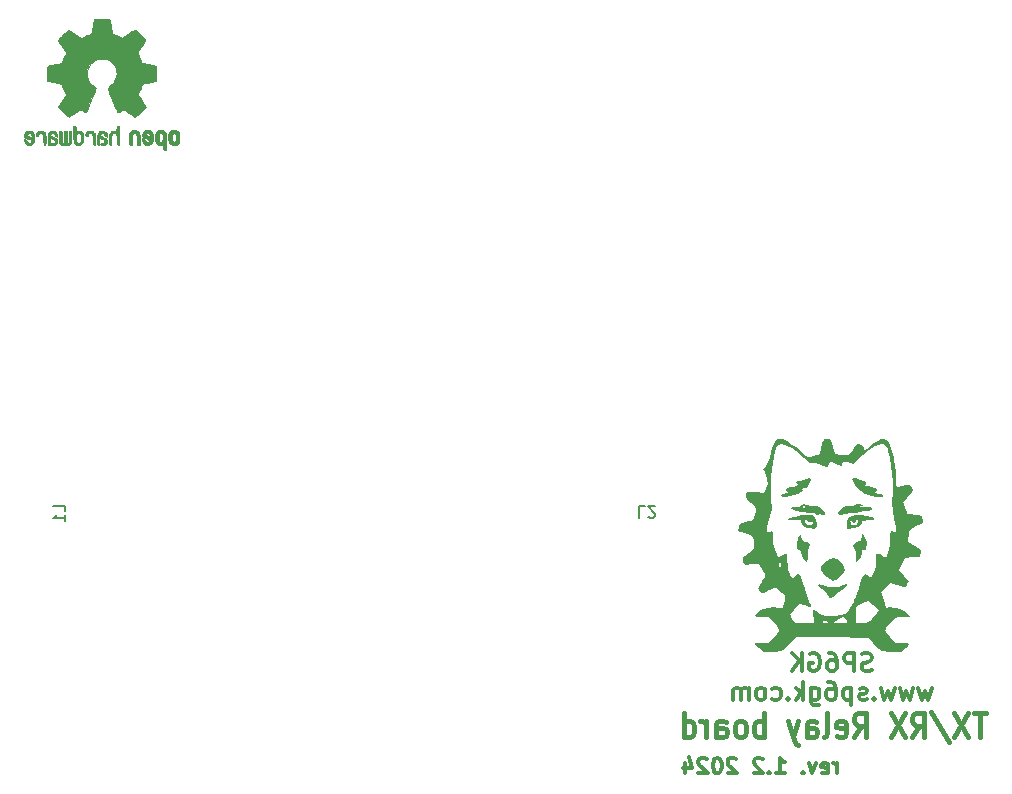
<source format=gbr>
%TF.GenerationSoftware,KiCad,Pcbnew,8.0.4-8.0.4-0~ubuntu22.04.1*%
%TF.CreationDate,2024-09-05T19:34:21+02:00*%
%TF.ProjectId,TXRX_relay_board,54585258-5f72-4656-9c61-795f626f6172,rev?*%
%TF.SameCoordinates,Original*%
%TF.FileFunction,Legend,Bot*%
%TF.FilePolarity,Positive*%
%FSLAX46Y46*%
G04 Gerber Fmt 4.6, Leading zero omitted, Abs format (unit mm)*
G04 Created by KiCad (PCBNEW 8.0.4-8.0.4-0~ubuntu22.04.1) date 2024-09-05 19:34:21*
%MOMM*%
%LPD*%
G01*
G04 APERTURE LIST*
%ADD10C,0.300000*%
%ADD11C,0.400000*%
%ADD12C,0.150000*%
%ADD13C,0.010000*%
%ADD14C,0.000000*%
G04 APERTURE END LIST*
D10*
X154092856Y-123589484D02*
X153878571Y-123660912D01*
X153878571Y-123660912D02*
X153521428Y-123660912D01*
X153521428Y-123660912D02*
X153378571Y-123589484D01*
X153378571Y-123589484D02*
X153307142Y-123518055D01*
X153307142Y-123518055D02*
X153235713Y-123375198D01*
X153235713Y-123375198D02*
X153235713Y-123232341D01*
X153235713Y-123232341D02*
X153307142Y-123089484D01*
X153307142Y-123089484D02*
X153378571Y-123018055D01*
X153378571Y-123018055D02*
X153521428Y-122946626D01*
X153521428Y-122946626D02*
X153807142Y-122875198D01*
X153807142Y-122875198D02*
X153949999Y-122803769D01*
X153949999Y-122803769D02*
X154021428Y-122732341D01*
X154021428Y-122732341D02*
X154092856Y-122589484D01*
X154092856Y-122589484D02*
X154092856Y-122446626D01*
X154092856Y-122446626D02*
X154021428Y-122303769D01*
X154021428Y-122303769D02*
X153949999Y-122232341D01*
X153949999Y-122232341D02*
X153807142Y-122160912D01*
X153807142Y-122160912D02*
X153449999Y-122160912D01*
X153449999Y-122160912D02*
X153235713Y-122232341D01*
X152592857Y-123660912D02*
X152592857Y-122160912D01*
X152592857Y-122160912D02*
X152021428Y-122160912D01*
X152021428Y-122160912D02*
X151878571Y-122232341D01*
X151878571Y-122232341D02*
X151807142Y-122303769D01*
X151807142Y-122303769D02*
X151735714Y-122446626D01*
X151735714Y-122446626D02*
X151735714Y-122660912D01*
X151735714Y-122660912D02*
X151807142Y-122803769D01*
X151807142Y-122803769D02*
X151878571Y-122875198D01*
X151878571Y-122875198D02*
X152021428Y-122946626D01*
X152021428Y-122946626D02*
X152592857Y-122946626D01*
X150450000Y-122160912D02*
X150735714Y-122160912D01*
X150735714Y-122160912D02*
X150878571Y-122232341D01*
X150878571Y-122232341D02*
X150950000Y-122303769D01*
X150950000Y-122303769D02*
X151092857Y-122518055D01*
X151092857Y-122518055D02*
X151164285Y-122803769D01*
X151164285Y-122803769D02*
X151164285Y-123375198D01*
X151164285Y-123375198D02*
X151092857Y-123518055D01*
X151092857Y-123518055D02*
X151021428Y-123589484D01*
X151021428Y-123589484D02*
X150878571Y-123660912D01*
X150878571Y-123660912D02*
X150592857Y-123660912D01*
X150592857Y-123660912D02*
X150450000Y-123589484D01*
X150450000Y-123589484D02*
X150378571Y-123518055D01*
X150378571Y-123518055D02*
X150307142Y-123375198D01*
X150307142Y-123375198D02*
X150307142Y-123018055D01*
X150307142Y-123018055D02*
X150378571Y-122875198D01*
X150378571Y-122875198D02*
X150450000Y-122803769D01*
X150450000Y-122803769D02*
X150592857Y-122732341D01*
X150592857Y-122732341D02*
X150878571Y-122732341D01*
X150878571Y-122732341D02*
X151021428Y-122803769D01*
X151021428Y-122803769D02*
X151092857Y-122875198D01*
X151092857Y-122875198D02*
X151164285Y-123018055D01*
X148878571Y-122232341D02*
X149021429Y-122160912D01*
X149021429Y-122160912D02*
X149235714Y-122160912D01*
X149235714Y-122160912D02*
X149450000Y-122232341D01*
X149450000Y-122232341D02*
X149592857Y-122375198D01*
X149592857Y-122375198D02*
X149664286Y-122518055D01*
X149664286Y-122518055D02*
X149735714Y-122803769D01*
X149735714Y-122803769D02*
X149735714Y-123018055D01*
X149735714Y-123018055D02*
X149664286Y-123303769D01*
X149664286Y-123303769D02*
X149592857Y-123446626D01*
X149592857Y-123446626D02*
X149450000Y-123589484D01*
X149450000Y-123589484D02*
X149235714Y-123660912D01*
X149235714Y-123660912D02*
X149092857Y-123660912D01*
X149092857Y-123660912D02*
X148878571Y-123589484D01*
X148878571Y-123589484D02*
X148807143Y-123518055D01*
X148807143Y-123518055D02*
X148807143Y-123018055D01*
X148807143Y-123018055D02*
X149092857Y-123018055D01*
X148164286Y-123660912D02*
X148164286Y-122160912D01*
X147307143Y-123660912D02*
X147950000Y-122803769D01*
X147307143Y-122160912D02*
X148164286Y-123018055D01*
X159164286Y-125075828D02*
X158878572Y-126075828D01*
X158878572Y-126075828D02*
X158592857Y-125361542D01*
X158592857Y-125361542D02*
X158307143Y-126075828D01*
X158307143Y-126075828D02*
X158021429Y-125075828D01*
X157592857Y-125075828D02*
X157307143Y-126075828D01*
X157307143Y-126075828D02*
X157021428Y-125361542D01*
X157021428Y-125361542D02*
X156735714Y-126075828D01*
X156735714Y-126075828D02*
X156450000Y-125075828D01*
X156021428Y-125075828D02*
X155735714Y-126075828D01*
X155735714Y-126075828D02*
X155449999Y-125361542D01*
X155449999Y-125361542D02*
X155164285Y-126075828D01*
X155164285Y-126075828D02*
X154878571Y-125075828D01*
X154307142Y-125932971D02*
X154235713Y-126004400D01*
X154235713Y-126004400D02*
X154307142Y-126075828D01*
X154307142Y-126075828D02*
X154378570Y-126004400D01*
X154378570Y-126004400D02*
X154307142Y-125932971D01*
X154307142Y-125932971D02*
X154307142Y-126075828D01*
X153664284Y-126004400D02*
X153521427Y-126075828D01*
X153521427Y-126075828D02*
X153235713Y-126075828D01*
X153235713Y-126075828D02*
X153092856Y-126004400D01*
X153092856Y-126004400D02*
X153021427Y-125861542D01*
X153021427Y-125861542D02*
X153021427Y-125790114D01*
X153021427Y-125790114D02*
X153092856Y-125647257D01*
X153092856Y-125647257D02*
X153235713Y-125575828D01*
X153235713Y-125575828D02*
X153449999Y-125575828D01*
X153449999Y-125575828D02*
X153592856Y-125504400D01*
X153592856Y-125504400D02*
X153664284Y-125361542D01*
X153664284Y-125361542D02*
X153664284Y-125290114D01*
X153664284Y-125290114D02*
X153592856Y-125147257D01*
X153592856Y-125147257D02*
X153449999Y-125075828D01*
X153449999Y-125075828D02*
X153235713Y-125075828D01*
X153235713Y-125075828D02*
X153092856Y-125147257D01*
X152378570Y-125075828D02*
X152378570Y-126575828D01*
X152378570Y-125147257D02*
X152235713Y-125075828D01*
X152235713Y-125075828D02*
X151949998Y-125075828D01*
X151949998Y-125075828D02*
X151807141Y-125147257D01*
X151807141Y-125147257D02*
X151735713Y-125218685D01*
X151735713Y-125218685D02*
X151664284Y-125361542D01*
X151664284Y-125361542D02*
X151664284Y-125790114D01*
X151664284Y-125790114D02*
X151735713Y-125932971D01*
X151735713Y-125932971D02*
X151807141Y-126004400D01*
X151807141Y-126004400D02*
X151949998Y-126075828D01*
X151949998Y-126075828D02*
X152235713Y-126075828D01*
X152235713Y-126075828D02*
X152378570Y-126004400D01*
X150378570Y-124575828D02*
X150664284Y-124575828D01*
X150664284Y-124575828D02*
X150807141Y-124647257D01*
X150807141Y-124647257D02*
X150878570Y-124718685D01*
X150878570Y-124718685D02*
X151021427Y-124932971D01*
X151021427Y-124932971D02*
X151092855Y-125218685D01*
X151092855Y-125218685D02*
X151092855Y-125790114D01*
X151092855Y-125790114D02*
X151021427Y-125932971D01*
X151021427Y-125932971D02*
X150949998Y-126004400D01*
X150949998Y-126004400D02*
X150807141Y-126075828D01*
X150807141Y-126075828D02*
X150521427Y-126075828D01*
X150521427Y-126075828D02*
X150378570Y-126004400D01*
X150378570Y-126004400D02*
X150307141Y-125932971D01*
X150307141Y-125932971D02*
X150235712Y-125790114D01*
X150235712Y-125790114D02*
X150235712Y-125432971D01*
X150235712Y-125432971D02*
X150307141Y-125290114D01*
X150307141Y-125290114D02*
X150378570Y-125218685D01*
X150378570Y-125218685D02*
X150521427Y-125147257D01*
X150521427Y-125147257D02*
X150807141Y-125147257D01*
X150807141Y-125147257D02*
X150949998Y-125218685D01*
X150949998Y-125218685D02*
X151021427Y-125290114D01*
X151021427Y-125290114D02*
X151092855Y-125432971D01*
X148949999Y-125075828D02*
X148949999Y-126290114D01*
X148949999Y-126290114D02*
X149021427Y-126432971D01*
X149021427Y-126432971D02*
X149092856Y-126504400D01*
X149092856Y-126504400D02*
X149235713Y-126575828D01*
X149235713Y-126575828D02*
X149449999Y-126575828D01*
X149449999Y-126575828D02*
X149592856Y-126504400D01*
X148949999Y-126004400D02*
X149092856Y-126075828D01*
X149092856Y-126075828D02*
X149378570Y-126075828D01*
X149378570Y-126075828D02*
X149521427Y-126004400D01*
X149521427Y-126004400D02*
X149592856Y-125932971D01*
X149592856Y-125932971D02*
X149664284Y-125790114D01*
X149664284Y-125790114D02*
X149664284Y-125361542D01*
X149664284Y-125361542D02*
X149592856Y-125218685D01*
X149592856Y-125218685D02*
X149521427Y-125147257D01*
X149521427Y-125147257D02*
X149378570Y-125075828D01*
X149378570Y-125075828D02*
X149092856Y-125075828D01*
X149092856Y-125075828D02*
X148949999Y-125147257D01*
X148235713Y-126075828D02*
X148235713Y-124575828D01*
X148092856Y-125504400D02*
X147664284Y-126075828D01*
X147664284Y-125075828D02*
X148235713Y-125647257D01*
X147021427Y-125932971D02*
X146949998Y-126004400D01*
X146949998Y-126004400D02*
X147021427Y-126075828D01*
X147021427Y-126075828D02*
X147092855Y-126004400D01*
X147092855Y-126004400D02*
X147021427Y-125932971D01*
X147021427Y-125932971D02*
X147021427Y-126075828D01*
X145664284Y-126004400D02*
X145807141Y-126075828D01*
X145807141Y-126075828D02*
X146092855Y-126075828D01*
X146092855Y-126075828D02*
X146235712Y-126004400D01*
X146235712Y-126004400D02*
X146307141Y-125932971D01*
X146307141Y-125932971D02*
X146378569Y-125790114D01*
X146378569Y-125790114D02*
X146378569Y-125361542D01*
X146378569Y-125361542D02*
X146307141Y-125218685D01*
X146307141Y-125218685D02*
X146235712Y-125147257D01*
X146235712Y-125147257D02*
X146092855Y-125075828D01*
X146092855Y-125075828D02*
X145807141Y-125075828D01*
X145807141Y-125075828D02*
X145664284Y-125147257D01*
X144807141Y-126075828D02*
X144949998Y-126004400D01*
X144949998Y-126004400D02*
X145021427Y-125932971D01*
X145021427Y-125932971D02*
X145092855Y-125790114D01*
X145092855Y-125790114D02*
X145092855Y-125361542D01*
X145092855Y-125361542D02*
X145021427Y-125218685D01*
X145021427Y-125218685D02*
X144949998Y-125147257D01*
X144949998Y-125147257D02*
X144807141Y-125075828D01*
X144807141Y-125075828D02*
X144592855Y-125075828D01*
X144592855Y-125075828D02*
X144449998Y-125147257D01*
X144449998Y-125147257D02*
X144378570Y-125218685D01*
X144378570Y-125218685D02*
X144307141Y-125361542D01*
X144307141Y-125361542D02*
X144307141Y-125790114D01*
X144307141Y-125790114D02*
X144378570Y-125932971D01*
X144378570Y-125932971D02*
X144449998Y-126004400D01*
X144449998Y-126004400D02*
X144592855Y-126075828D01*
X144592855Y-126075828D02*
X144807141Y-126075828D01*
X143664284Y-126075828D02*
X143664284Y-125075828D01*
X143664284Y-125218685D02*
X143592855Y-125147257D01*
X143592855Y-125147257D02*
X143449998Y-125075828D01*
X143449998Y-125075828D02*
X143235712Y-125075828D01*
X143235712Y-125075828D02*
X143092855Y-125147257D01*
X143092855Y-125147257D02*
X143021427Y-125290114D01*
X143021427Y-125290114D02*
X143021427Y-126075828D01*
X143021427Y-125290114D02*
X142949998Y-125147257D01*
X142949998Y-125147257D02*
X142807141Y-125075828D01*
X142807141Y-125075828D02*
X142592855Y-125075828D01*
X142592855Y-125075828D02*
X142449998Y-125147257D01*
X142449998Y-125147257D02*
X142378569Y-125290114D01*
X142378569Y-125290114D02*
X142378569Y-126075828D01*
X151168108Y-132325304D02*
X151168108Y-131458638D01*
X151168108Y-131706257D02*
X151106203Y-131582447D01*
X151106203Y-131582447D02*
X151044298Y-131520542D01*
X151044298Y-131520542D02*
X150920489Y-131458638D01*
X150920489Y-131458638D02*
X150796679Y-131458638D01*
X149868108Y-132263400D02*
X149991917Y-132325304D01*
X149991917Y-132325304D02*
X150239536Y-132325304D01*
X150239536Y-132325304D02*
X150363346Y-132263400D01*
X150363346Y-132263400D02*
X150425250Y-132139590D01*
X150425250Y-132139590D02*
X150425250Y-131644352D01*
X150425250Y-131644352D02*
X150363346Y-131520542D01*
X150363346Y-131520542D02*
X150239536Y-131458638D01*
X150239536Y-131458638D02*
X149991917Y-131458638D01*
X149991917Y-131458638D02*
X149868108Y-131520542D01*
X149868108Y-131520542D02*
X149806203Y-131644352D01*
X149806203Y-131644352D02*
X149806203Y-131768161D01*
X149806203Y-131768161D02*
X150425250Y-131891971D01*
X149372869Y-131458638D02*
X149063345Y-132325304D01*
X149063345Y-132325304D02*
X148753822Y-131458638D01*
X148258584Y-132201495D02*
X148196679Y-132263400D01*
X148196679Y-132263400D02*
X148258584Y-132325304D01*
X148258584Y-132325304D02*
X148320488Y-132263400D01*
X148320488Y-132263400D02*
X148258584Y-132201495D01*
X148258584Y-132201495D02*
X148258584Y-132325304D01*
X145968107Y-132325304D02*
X146710964Y-132325304D01*
X146339536Y-132325304D02*
X146339536Y-131025304D01*
X146339536Y-131025304D02*
X146463345Y-131211019D01*
X146463345Y-131211019D02*
X146587155Y-131334828D01*
X146587155Y-131334828D02*
X146710964Y-131396733D01*
X145410965Y-132201495D02*
X145349060Y-132263400D01*
X145349060Y-132263400D02*
X145410965Y-132325304D01*
X145410965Y-132325304D02*
X145472869Y-132263400D01*
X145472869Y-132263400D02*
X145410965Y-132201495D01*
X145410965Y-132201495D02*
X145410965Y-132325304D01*
X144853821Y-131149114D02*
X144791917Y-131087209D01*
X144791917Y-131087209D02*
X144668107Y-131025304D01*
X144668107Y-131025304D02*
X144358583Y-131025304D01*
X144358583Y-131025304D02*
X144234774Y-131087209D01*
X144234774Y-131087209D02*
X144172869Y-131149114D01*
X144172869Y-131149114D02*
X144110964Y-131272923D01*
X144110964Y-131272923D02*
X144110964Y-131396733D01*
X144110964Y-131396733D02*
X144172869Y-131582447D01*
X144172869Y-131582447D02*
X144915726Y-132325304D01*
X144915726Y-132325304D02*
X144110964Y-132325304D01*
X142625250Y-131149114D02*
X142563346Y-131087209D01*
X142563346Y-131087209D02*
X142439536Y-131025304D01*
X142439536Y-131025304D02*
X142130012Y-131025304D01*
X142130012Y-131025304D02*
X142006203Y-131087209D01*
X142006203Y-131087209D02*
X141944298Y-131149114D01*
X141944298Y-131149114D02*
X141882393Y-131272923D01*
X141882393Y-131272923D02*
X141882393Y-131396733D01*
X141882393Y-131396733D02*
X141944298Y-131582447D01*
X141944298Y-131582447D02*
X142687155Y-132325304D01*
X142687155Y-132325304D02*
X141882393Y-132325304D01*
X141077632Y-131025304D02*
X140953822Y-131025304D01*
X140953822Y-131025304D02*
X140830013Y-131087209D01*
X140830013Y-131087209D02*
X140768108Y-131149114D01*
X140768108Y-131149114D02*
X140706203Y-131272923D01*
X140706203Y-131272923D02*
X140644298Y-131520542D01*
X140644298Y-131520542D02*
X140644298Y-131830066D01*
X140644298Y-131830066D02*
X140706203Y-132077685D01*
X140706203Y-132077685D02*
X140768108Y-132201495D01*
X140768108Y-132201495D02*
X140830013Y-132263400D01*
X140830013Y-132263400D02*
X140953822Y-132325304D01*
X140953822Y-132325304D02*
X141077632Y-132325304D01*
X141077632Y-132325304D02*
X141201441Y-132263400D01*
X141201441Y-132263400D02*
X141263346Y-132201495D01*
X141263346Y-132201495D02*
X141325251Y-132077685D01*
X141325251Y-132077685D02*
X141387155Y-131830066D01*
X141387155Y-131830066D02*
X141387155Y-131520542D01*
X141387155Y-131520542D02*
X141325251Y-131272923D01*
X141325251Y-131272923D02*
X141263346Y-131149114D01*
X141263346Y-131149114D02*
X141201441Y-131087209D01*
X141201441Y-131087209D02*
X141077632Y-131025304D01*
X140149060Y-131149114D02*
X140087156Y-131087209D01*
X140087156Y-131087209D02*
X139963346Y-131025304D01*
X139963346Y-131025304D02*
X139653822Y-131025304D01*
X139653822Y-131025304D02*
X139530013Y-131087209D01*
X139530013Y-131087209D02*
X139468108Y-131149114D01*
X139468108Y-131149114D02*
X139406203Y-131272923D01*
X139406203Y-131272923D02*
X139406203Y-131396733D01*
X139406203Y-131396733D02*
X139468108Y-131582447D01*
X139468108Y-131582447D02*
X140210965Y-132325304D01*
X140210965Y-132325304D02*
X139406203Y-132325304D01*
X138291918Y-131458638D02*
X138291918Y-132325304D01*
X138601442Y-130963400D02*
X138910965Y-131891971D01*
X138910965Y-131891971D02*
X138106204Y-131891971D01*
D11*
X163740414Y-127234438D02*
X162711843Y-127234438D01*
X163226128Y-129234438D02*
X163226128Y-127234438D01*
X162283271Y-127234438D02*
X161083271Y-129234438D01*
X161083271Y-127234438D02*
X162283271Y-129234438D01*
X159111842Y-127139200D02*
X160654699Y-129710628D01*
X157483271Y-129234438D02*
X158083271Y-128282057D01*
X158511842Y-129234438D02*
X158511842Y-127234438D01*
X158511842Y-127234438D02*
X157826128Y-127234438D01*
X157826128Y-127234438D02*
X157654699Y-127329676D01*
X157654699Y-127329676D02*
X157568985Y-127424914D01*
X157568985Y-127424914D02*
X157483271Y-127615390D01*
X157483271Y-127615390D02*
X157483271Y-127901104D01*
X157483271Y-127901104D02*
X157568985Y-128091580D01*
X157568985Y-128091580D02*
X157654699Y-128186819D01*
X157654699Y-128186819D02*
X157826128Y-128282057D01*
X157826128Y-128282057D02*
X158511842Y-128282057D01*
X156883271Y-127234438D02*
X155683271Y-129234438D01*
X155683271Y-127234438D02*
X156883271Y-129234438D01*
X152597556Y-129234438D02*
X153197556Y-128282057D01*
X153626127Y-129234438D02*
X153626127Y-127234438D01*
X153626127Y-127234438D02*
X152940413Y-127234438D01*
X152940413Y-127234438D02*
X152768984Y-127329676D01*
X152768984Y-127329676D02*
X152683270Y-127424914D01*
X152683270Y-127424914D02*
X152597556Y-127615390D01*
X152597556Y-127615390D02*
X152597556Y-127901104D01*
X152597556Y-127901104D02*
X152683270Y-128091580D01*
X152683270Y-128091580D02*
X152768984Y-128186819D01*
X152768984Y-128186819D02*
X152940413Y-128282057D01*
X152940413Y-128282057D02*
X153626127Y-128282057D01*
X151140413Y-129139200D02*
X151311841Y-129234438D01*
X151311841Y-129234438D02*
X151654699Y-129234438D01*
X151654699Y-129234438D02*
X151826127Y-129139200D01*
X151826127Y-129139200D02*
X151911841Y-128948723D01*
X151911841Y-128948723D02*
X151911841Y-128186819D01*
X151911841Y-128186819D02*
X151826127Y-127996342D01*
X151826127Y-127996342D02*
X151654699Y-127901104D01*
X151654699Y-127901104D02*
X151311841Y-127901104D01*
X151311841Y-127901104D02*
X151140413Y-127996342D01*
X151140413Y-127996342D02*
X151054699Y-128186819D01*
X151054699Y-128186819D02*
X151054699Y-128377295D01*
X151054699Y-128377295D02*
X151911841Y-128567771D01*
X150026127Y-129234438D02*
X150197556Y-129139200D01*
X150197556Y-129139200D02*
X150283270Y-128948723D01*
X150283270Y-128948723D02*
X150283270Y-127234438D01*
X148568985Y-129234438D02*
X148568985Y-128186819D01*
X148568985Y-128186819D02*
X148654699Y-127996342D01*
X148654699Y-127996342D02*
X148826127Y-127901104D01*
X148826127Y-127901104D02*
X149168985Y-127901104D01*
X149168985Y-127901104D02*
X149340413Y-127996342D01*
X148568985Y-129139200D02*
X148740413Y-129234438D01*
X148740413Y-129234438D02*
X149168985Y-129234438D01*
X149168985Y-129234438D02*
X149340413Y-129139200D01*
X149340413Y-129139200D02*
X149426127Y-128948723D01*
X149426127Y-128948723D02*
X149426127Y-128758247D01*
X149426127Y-128758247D02*
X149340413Y-128567771D01*
X149340413Y-128567771D02*
X149168985Y-128472533D01*
X149168985Y-128472533D02*
X148740413Y-128472533D01*
X148740413Y-128472533D02*
X148568985Y-128377295D01*
X147883271Y-127901104D02*
X147454699Y-129234438D01*
X147026128Y-127901104D02*
X147454699Y-129234438D01*
X147454699Y-129234438D02*
X147626128Y-129710628D01*
X147626128Y-129710628D02*
X147711842Y-129805866D01*
X147711842Y-129805866D02*
X147883271Y-129901104D01*
X144968984Y-129234438D02*
X144968984Y-127234438D01*
X144968984Y-127996342D02*
X144797556Y-127901104D01*
X144797556Y-127901104D02*
X144454698Y-127901104D01*
X144454698Y-127901104D02*
X144283270Y-127996342D01*
X144283270Y-127996342D02*
X144197556Y-128091580D01*
X144197556Y-128091580D02*
X144111841Y-128282057D01*
X144111841Y-128282057D02*
X144111841Y-128853485D01*
X144111841Y-128853485D02*
X144197556Y-129043961D01*
X144197556Y-129043961D02*
X144283270Y-129139200D01*
X144283270Y-129139200D02*
X144454698Y-129234438D01*
X144454698Y-129234438D02*
X144797556Y-129234438D01*
X144797556Y-129234438D02*
X144968984Y-129139200D01*
X143083270Y-129234438D02*
X143254699Y-129139200D01*
X143254699Y-129139200D02*
X143340413Y-129043961D01*
X143340413Y-129043961D02*
X143426127Y-128853485D01*
X143426127Y-128853485D02*
X143426127Y-128282057D01*
X143426127Y-128282057D02*
X143340413Y-128091580D01*
X143340413Y-128091580D02*
X143254699Y-127996342D01*
X143254699Y-127996342D02*
X143083270Y-127901104D01*
X143083270Y-127901104D02*
X142826127Y-127901104D01*
X142826127Y-127901104D02*
X142654699Y-127996342D01*
X142654699Y-127996342D02*
X142568985Y-128091580D01*
X142568985Y-128091580D02*
X142483270Y-128282057D01*
X142483270Y-128282057D02*
X142483270Y-128853485D01*
X142483270Y-128853485D02*
X142568985Y-129043961D01*
X142568985Y-129043961D02*
X142654699Y-129139200D01*
X142654699Y-129139200D02*
X142826127Y-129234438D01*
X142826127Y-129234438D02*
X143083270Y-129234438D01*
X140940414Y-129234438D02*
X140940414Y-128186819D01*
X140940414Y-128186819D02*
X141026128Y-127996342D01*
X141026128Y-127996342D02*
X141197556Y-127901104D01*
X141197556Y-127901104D02*
X141540414Y-127901104D01*
X141540414Y-127901104D02*
X141711842Y-127996342D01*
X140940414Y-129139200D02*
X141111842Y-129234438D01*
X141111842Y-129234438D02*
X141540414Y-129234438D01*
X141540414Y-129234438D02*
X141711842Y-129139200D01*
X141711842Y-129139200D02*
X141797556Y-128948723D01*
X141797556Y-128948723D02*
X141797556Y-128758247D01*
X141797556Y-128758247D02*
X141711842Y-128567771D01*
X141711842Y-128567771D02*
X141540414Y-128472533D01*
X141540414Y-128472533D02*
X141111842Y-128472533D01*
X141111842Y-128472533D02*
X140940414Y-128377295D01*
X140083271Y-129234438D02*
X140083271Y-127901104D01*
X140083271Y-128282057D02*
X139997557Y-128091580D01*
X139997557Y-128091580D02*
X139911843Y-127996342D01*
X139911843Y-127996342D02*
X139740414Y-127901104D01*
X139740414Y-127901104D02*
X139568985Y-127901104D01*
X138197557Y-129234438D02*
X138197557Y-127234438D01*
X138197557Y-129139200D02*
X138368985Y-129234438D01*
X138368985Y-129234438D02*
X138711842Y-129234438D01*
X138711842Y-129234438D02*
X138883271Y-129139200D01*
X138883271Y-129139200D02*
X138968985Y-129043961D01*
X138968985Y-129043961D02*
X139054699Y-128853485D01*
X139054699Y-128853485D02*
X139054699Y-128282057D01*
X139054699Y-128282057D02*
X138968985Y-128091580D01*
X138968985Y-128091580D02*
X138883271Y-127996342D01*
X138883271Y-127996342D02*
X138711842Y-127901104D01*
X138711842Y-127901104D02*
X138368985Y-127901104D01*
X138368985Y-127901104D02*
X138197557Y-127996342D01*
D12*
X134883333Y-109695180D02*
X134407143Y-109695180D01*
X134407143Y-109695180D02*
X134407143Y-110695180D01*
X135169048Y-110599942D02*
X135216667Y-110647561D01*
X135216667Y-110647561D02*
X135311905Y-110695180D01*
X135311905Y-110695180D02*
X135550000Y-110695180D01*
X135550000Y-110695180D02*
X135645238Y-110647561D01*
X135645238Y-110647561D02*
X135692857Y-110599942D01*
X135692857Y-110599942D02*
X135740476Y-110504704D01*
X135740476Y-110504704D02*
X135740476Y-110409466D01*
X135740476Y-110409466D02*
X135692857Y-110266609D01*
X135692857Y-110266609D02*
X135121429Y-109695180D01*
X135121429Y-109695180D02*
X135740476Y-109695180D01*
X85804819Y-110133333D02*
X85804819Y-109657143D01*
X85804819Y-109657143D02*
X84804819Y-109657143D01*
X85804819Y-110990476D02*
X85804819Y-110419048D01*
X85804819Y-110704762D02*
X84804819Y-110704762D01*
X84804819Y-110704762D02*
X84947676Y-110609524D01*
X84947676Y-110609524D02*
X85042914Y-110514286D01*
X85042914Y-110514286D02*
X85090533Y-110419048D01*
D13*
%TO.C,REF\u002A\u002A*%
X83836725Y-77924619D02*
X83957261Y-77969393D01*
X84007388Y-78003034D01*
X84058152Y-78051236D01*
X84094362Y-78112551D01*
X84118393Y-78196024D01*
X84132618Y-78310697D01*
X84139412Y-78465613D01*
X84141149Y-78669814D01*
X84140809Y-78775341D01*
X84139101Y-78919541D01*
X84136201Y-79034620D01*
X84132384Y-79110822D01*
X84127925Y-79138391D01*
X84098909Y-79129272D01*
X84040339Y-79104509D01*
X84038581Y-79103707D01*
X84008167Y-79087785D01*
X83987712Y-79065938D01*
X83975240Y-79027672D01*
X83968777Y-78962495D01*
X83966348Y-78859913D01*
X83965977Y-78709433D01*
X83965229Y-78613974D01*
X83957256Y-78434571D01*
X83938998Y-78303163D01*
X83908526Y-78212859D01*
X83863912Y-78156767D01*
X83803226Y-78127994D01*
X83794807Y-78125989D01*
X83681139Y-78124423D01*
X83592492Y-78175348D01*
X83531265Y-78277445D01*
X83520346Y-78306961D01*
X83495458Y-78372283D01*
X83482854Y-78402300D01*
X83456969Y-78398164D01*
X83400439Y-78375717D01*
X83347715Y-78338647D01*
X83323678Y-78268587D01*
X83330847Y-78218406D01*
X83374897Y-78116618D01*
X83446123Y-78021235D01*
X83529415Y-77955269D01*
X83564310Y-77940018D01*
X83696443Y-77914521D01*
X83836725Y-77924619D01*
G36*
X83836725Y-77924619D02*
G01*
X83957261Y-77969393D01*
X84007388Y-78003034D01*
X84058152Y-78051236D01*
X84094362Y-78112551D01*
X84118393Y-78196024D01*
X84132618Y-78310697D01*
X84139412Y-78465613D01*
X84141149Y-78669814D01*
X84140809Y-78775341D01*
X84139101Y-78919541D01*
X84136201Y-79034620D01*
X84132384Y-79110822D01*
X84127925Y-79138391D01*
X84098909Y-79129272D01*
X84040339Y-79104509D01*
X84038581Y-79103707D01*
X84008167Y-79087785D01*
X83987712Y-79065938D01*
X83975240Y-79027672D01*
X83968777Y-78962495D01*
X83966348Y-78859913D01*
X83965977Y-78709433D01*
X83965229Y-78613974D01*
X83957256Y-78434571D01*
X83938998Y-78303163D01*
X83908526Y-78212859D01*
X83863912Y-78156767D01*
X83803226Y-78127994D01*
X83794807Y-78125989D01*
X83681139Y-78124423D01*
X83592492Y-78175348D01*
X83531265Y-78277445D01*
X83520346Y-78306961D01*
X83495458Y-78372283D01*
X83482854Y-78402300D01*
X83456969Y-78398164D01*
X83400439Y-78375717D01*
X83347715Y-78338647D01*
X83323678Y-78268587D01*
X83330847Y-78218406D01*
X83374897Y-78116618D01*
X83446123Y-78021235D01*
X83529415Y-77955269D01*
X83564310Y-77940018D01*
X83696443Y-77914521D01*
X83836725Y-77924619D01*
G37*
X91778487Y-77857689D02*
X91914848Y-77921770D01*
X92026598Y-78032584D01*
X92049761Y-78067273D01*
X92068973Y-78106590D01*
X92082598Y-78156145D01*
X92091877Y-78225568D01*
X92098050Y-78324490D01*
X92102357Y-78462539D01*
X92106038Y-78649346D01*
X92115180Y-79167542D01*
X92038383Y-79138344D01*
X91968068Y-79111520D01*
X91915424Y-79085706D01*
X91881060Y-79052431D01*
X91861093Y-79001510D01*
X91851639Y-78922761D01*
X91848814Y-78805999D01*
X91848736Y-78641042D01*
X91848336Y-78509558D01*
X91845951Y-78383394D01*
X91840259Y-78297223D01*
X91829961Y-78240672D01*
X91813755Y-78203370D01*
X91790345Y-78174943D01*
X91732793Y-78134827D01*
X91636112Y-78119706D01*
X91540465Y-78157917D01*
X91534152Y-78162810D01*
X91514477Y-78185413D01*
X91499963Y-78221664D01*
X91489394Y-78280511D01*
X91481555Y-78370901D01*
X91475227Y-78501779D01*
X91469195Y-78682095D01*
X91454598Y-79164907D01*
X91330517Y-79109283D01*
X91206437Y-79053659D01*
X91206437Y-78612851D01*
X91206951Y-78493098D01*
X91211380Y-78326506D01*
X91222594Y-78202468D01*
X91243272Y-78110987D01*
X91276093Y-78042066D01*
X91323736Y-77985707D01*
X91388877Y-77931914D01*
X91482571Y-77877719D01*
X91630175Y-77842339D01*
X91778487Y-77857689D01*
G36*
X91778487Y-77857689D02*
G01*
X91914848Y-77921770D01*
X92026598Y-78032584D01*
X92049761Y-78067273D01*
X92068973Y-78106590D01*
X92082598Y-78156145D01*
X92091877Y-78225568D01*
X92098050Y-78324490D01*
X92102357Y-78462539D01*
X92106038Y-78649346D01*
X92115180Y-79167542D01*
X92038383Y-79138344D01*
X91968068Y-79111520D01*
X91915424Y-79085706D01*
X91881060Y-79052431D01*
X91861093Y-79001510D01*
X91851639Y-78922761D01*
X91848814Y-78805999D01*
X91848736Y-78641042D01*
X91848336Y-78509558D01*
X91845951Y-78383394D01*
X91840259Y-78297223D01*
X91829961Y-78240672D01*
X91813755Y-78203370D01*
X91790345Y-78174943D01*
X91732793Y-78134827D01*
X91636112Y-78119706D01*
X91540465Y-78157917D01*
X91534152Y-78162810D01*
X91514477Y-78185413D01*
X91499963Y-78221664D01*
X91489394Y-78280511D01*
X91481555Y-78370901D01*
X91475227Y-78501779D01*
X91469195Y-78682095D01*
X91454598Y-79164907D01*
X91330517Y-79109283D01*
X91206437Y-79053659D01*
X91206437Y-78612851D01*
X91206951Y-78493098D01*
X91211380Y-78326506D01*
X91222594Y-78202468D01*
X91243272Y-78110987D01*
X91276093Y-78042066D01*
X91323736Y-77985707D01*
X91388877Y-77931914D01*
X91482571Y-77877719D01*
X91630175Y-77842339D01*
X91778487Y-77857689D01*
G37*
X88110872Y-77955536D02*
X88120090Y-77960638D01*
X88195381Y-78019080D01*
X88262698Y-78094215D01*
X88274439Y-78111196D01*
X88296883Y-78150825D01*
X88312918Y-78197858D01*
X88323945Y-78262492D01*
X88331365Y-78354923D01*
X88336579Y-78485349D01*
X88340989Y-78663965D01*
X88341614Y-78694162D01*
X88343620Y-78889941D01*
X88340792Y-79028603D01*
X88333088Y-79111103D01*
X88320466Y-79138391D01*
X88282267Y-79130220D01*
X88217374Y-79105463D01*
X88202094Y-79098223D01*
X88178227Y-79081835D01*
X88161769Y-79054893D01*
X88151005Y-79007833D01*
X88144219Y-78931088D01*
X88139693Y-78815095D01*
X88135713Y-78650287D01*
X88134622Y-78602112D01*
X88130407Y-78449960D01*
X88124936Y-78343476D01*
X88116554Y-78272565D01*
X88103606Y-78227129D01*
X88084439Y-78197072D01*
X88057398Y-78172296D01*
X87977337Y-78128861D01*
X87878846Y-78120498D01*
X87790719Y-78153734D01*
X87727314Y-78222548D01*
X87702988Y-78320920D01*
X87702311Y-78347658D01*
X87689024Y-78396065D01*
X87649796Y-78403450D01*
X87572983Y-78374624D01*
X87555192Y-78365378D01*
X87507109Y-78311006D01*
X87506157Y-78230161D01*
X87551968Y-78118352D01*
X87593990Y-78057419D01*
X87701435Y-77970859D01*
X87834057Y-77921920D01*
X87975867Y-77915260D01*
X88110872Y-77955536D01*
G36*
X88110872Y-77955536D02*
G01*
X88120090Y-77960638D01*
X88195381Y-78019080D01*
X88262698Y-78094215D01*
X88274439Y-78111196D01*
X88296883Y-78150825D01*
X88312918Y-78197858D01*
X88323945Y-78262492D01*
X88331365Y-78354923D01*
X88336579Y-78485349D01*
X88340989Y-78663965D01*
X88341614Y-78694162D01*
X88343620Y-78889941D01*
X88340792Y-79028603D01*
X88333088Y-79111103D01*
X88320466Y-79138391D01*
X88282267Y-79130220D01*
X88217374Y-79105463D01*
X88202094Y-79098223D01*
X88178227Y-79081835D01*
X88161769Y-79054893D01*
X88151005Y-79007833D01*
X88144219Y-78931088D01*
X88139693Y-78815095D01*
X88135713Y-78650287D01*
X88134622Y-78602112D01*
X88130407Y-78449960D01*
X88124936Y-78343476D01*
X88116554Y-78272565D01*
X88103606Y-78227129D01*
X88084439Y-78197072D01*
X88057398Y-78172296D01*
X87977337Y-78128861D01*
X87878846Y-78120498D01*
X87790719Y-78153734D01*
X87727314Y-78222548D01*
X87702988Y-78320920D01*
X87702311Y-78347658D01*
X87689024Y-78396065D01*
X87649796Y-78403450D01*
X87572983Y-78374624D01*
X87555192Y-78365378D01*
X87507109Y-78311006D01*
X87506157Y-78230161D01*
X87551968Y-78118352D01*
X87593990Y-78057419D01*
X87701435Y-77970859D01*
X87834057Y-77921920D01*
X87975867Y-77915260D01*
X88110872Y-77955536D01*
G37*
X86192410Y-77920970D02*
X86256442Y-77946066D01*
X86330805Y-77979947D01*
X86330805Y-78958727D01*
X86238415Y-79051117D01*
X86217310Y-79071835D01*
X86158847Y-79117885D01*
X86099886Y-79132801D01*
X86012150Y-79125934D01*
X85976429Y-79121494D01*
X85884301Y-79112102D01*
X85819885Y-79108361D01*
X85800778Y-79108933D01*
X85722390Y-79115126D01*
X85627620Y-79125934D01*
X85597298Y-79129647D01*
X85520911Y-79131107D01*
X85465022Y-79108047D01*
X85401355Y-79051117D01*
X85308965Y-78958727D01*
X85308965Y-78435455D01*
X85309685Y-78280821D01*
X85311929Y-78133391D01*
X85315421Y-78016653D01*
X85319876Y-77939840D01*
X85325013Y-77912184D01*
X85326090Y-77912258D01*
X85363407Y-77926019D01*
X85426457Y-77956344D01*
X85511854Y-78000505D01*
X85519893Y-78459965D01*
X85527931Y-78919425D01*
X85703103Y-78919425D01*
X85711092Y-78415805D01*
X85713624Y-78278904D01*
X85717249Y-78132579D01*
X85721177Y-78016411D01*
X85725080Y-77939809D01*
X85728632Y-77912184D01*
X85729653Y-77912281D01*
X85765051Y-77922443D01*
X85830126Y-77944235D01*
X85922069Y-77976287D01*
X85922516Y-78418661D01*
X85922964Y-78495507D01*
X85926069Y-78644834D01*
X85931622Y-78769544D01*
X85939033Y-78858379D01*
X85947714Y-78900083D01*
X85978771Y-78922389D01*
X86042152Y-78929278D01*
X86111839Y-78919425D01*
X86119827Y-78415805D01*
X86122686Y-78287828D01*
X86128614Y-78136348D01*
X86136365Y-78017530D01*
X86145343Y-77939950D01*
X86154948Y-77912184D01*
X86192410Y-77920970D01*
G36*
X86192410Y-77920970D02*
G01*
X86256442Y-77946066D01*
X86330805Y-77979947D01*
X86330805Y-78958727D01*
X86238415Y-79051117D01*
X86217310Y-79071835D01*
X86158847Y-79117885D01*
X86099886Y-79132801D01*
X86012150Y-79125934D01*
X85976429Y-79121494D01*
X85884301Y-79112102D01*
X85819885Y-79108361D01*
X85800778Y-79108933D01*
X85722390Y-79115126D01*
X85627620Y-79125934D01*
X85597298Y-79129647D01*
X85520911Y-79131107D01*
X85465022Y-79108047D01*
X85401355Y-79051117D01*
X85308965Y-78958727D01*
X85308965Y-78435455D01*
X85309685Y-78280821D01*
X85311929Y-78133391D01*
X85315421Y-78016653D01*
X85319876Y-77939840D01*
X85325013Y-77912184D01*
X85326090Y-77912258D01*
X85363407Y-77926019D01*
X85426457Y-77956344D01*
X85511854Y-78000505D01*
X85519893Y-78459965D01*
X85527931Y-78919425D01*
X85703103Y-78919425D01*
X85711092Y-78415805D01*
X85713624Y-78278904D01*
X85717249Y-78132579D01*
X85721177Y-78016411D01*
X85725080Y-77939809D01*
X85728632Y-77912184D01*
X85729653Y-77912281D01*
X85765051Y-77922443D01*
X85830126Y-77944235D01*
X85922069Y-77976287D01*
X85922516Y-78418661D01*
X85922964Y-78495507D01*
X85926069Y-78644834D01*
X85931622Y-78769544D01*
X85939033Y-78858379D01*
X85947714Y-78900083D01*
X85978771Y-78922389D01*
X86042152Y-78929278D01*
X86111839Y-78919425D01*
X86119827Y-78415805D01*
X86122686Y-78287828D01*
X86128614Y-78136348D01*
X86136365Y-78017530D01*
X86145343Y-77939950D01*
X86154948Y-77912184D01*
X86192410Y-77920970D01*
G37*
X90264885Y-77518997D02*
X90359770Y-77559020D01*
X90359770Y-78348706D01*
X90359769Y-78357920D01*
X90359377Y-78565083D01*
X90358329Y-78751432D01*
X90356722Y-78909453D01*
X90354655Y-79031630D01*
X90352225Y-79110448D01*
X90349529Y-79138391D01*
X90348475Y-79138297D01*
X90312647Y-79128144D01*
X90247345Y-79106339D01*
X90155402Y-79074288D01*
X90155402Y-78662991D01*
X90154818Y-78501385D01*
X90152104Y-78384177D01*
X90145858Y-78304415D01*
X90134680Y-78251531D01*
X90117168Y-78214957D01*
X90091922Y-78184123D01*
X90074710Y-78167725D01*
X89981636Y-78122307D01*
X89879051Y-78126328D01*
X89785043Y-78180032D01*
X89771358Y-78193359D01*
X89749439Y-78221032D01*
X89734440Y-78257614D01*
X89725053Y-78313000D01*
X89719968Y-78397088D01*
X89717877Y-78519773D01*
X89717471Y-78690951D01*
X89717276Y-78777769D01*
X89716010Y-78920565D01*
X89713761Y-79034923D01*
X89710758Y-79110860D01*
X89707230Y-79138391D01*
X89706176Y-79138297D01*
X89670348Y-79128144D01*
X89605046Y-79106339D01*
X89513103Y-79074288D01*
X89513149Y-78661109D01*
X89513218Y-78624326D01*
X89517081Y-78432580D01*
X89528950Y-78287586D01*
X89551725Y-78179510D01*
X89588307Y-78098519D01*
X89641595Y-78034778D01*
X89714490Y-77978455D01*
X89785586Y-77943199D01*
X89899255Y-77915946D01*
X90011060Y-77914398D01*
X90097011Y-77940910D01*
X90103473Y-77944571D01*
X90123401Y-77944179D01*
X90137019Y-77913506D01*
X90146846Y-77843188D01*
X90155402Y-77723857D01*
X90170000Y-77478973D01*
X90264885Y-77518997D01*
G36*
X90264885Y-77518997D02*
G01*
X90359770Y-77559020D01*
X90359770Y-78348706D01*
X90359769Y-78357920D01*
X90359377Y-78565083D01*
X90358329Y-78751432D01*
X90356722Y-78909453D01*
X90354655Y-79031630D01*
X90352225Y-79110448D01*
X90349529Y-79138391D01*
X90348475Y-79138297D01*
X90312647Y-79128144D01*
X90247345Y-79106339D01*
X90155402Y-79074288D01*
X90155402Y-78662991D01*
X90154818Y-78501385D01*
X90152104Y-78384177D01*
X90145858Y-78304415D01*
X90134680Y-78251531D01*
X90117168Y-78214957D01*
X90091922Y-78184123D01*
X90074710Y-78167725D01*
X89981636Y-78122307D01*
X89879051Y-78126328D01*
X89785043Y-78180032D01*
X89771358Y-78193359D01*
X89749439Y-78221032D01*
X89734440Y-78257614D01*
X89725053Y-78313000D01*
X89719968Y-78397088D01*
X89717877Y-78519773D01*
X89717471Y-78690951D01*
X89717276Y-78777769D01*
X89716010Y-78920565D01*
X89713761Y-79034923D01*
X89710758Y-79110860D01*
X89707230Y-79138391D01*
X89706176Y-79138297D01*
X89670348Y-79128144D01*
X89605046Y-79106339D01*
X89513103Y-79074288D01*
X89513149Y-78661109D01*
X89513218Y-78624326D01*
X89517081Y-78432580D01*
X89528950Y-78287586D01*
X89551725Y-78179510D01*
X89588307Y-78098519D01*
X89641595Y-78034778D01*
X89714490Y-77978455D01*
X89785586Y-77943199D01*
X89899255Y-77915946D01*
X90011060Y-77914398D01*
X90097011Y-77940910D01*
X90103473Y-77944571D01*
X90123401Y-77944179D01*
X90137019Y-77913506D01*
X90146846Y-77843188D01*
X90155402Y-77723857D01*
X90170000Y-77478973D01*
X90264885Y-77518997D01*
G37*
X95468965Y-78496092D02*
X95468938Y-78527744D01*
X95467355Y-78668918D01*
X95461916Y-78767285D01*
X95450643Y-78835990D01*
X95431561Y-78888181D01*
X95402694Y-78937004D01*
X95395592Y-78947135D01*
X95320444Y-79027012D01*
X95234820Y-79087253D01*
X95190852Y-79106802D01*
X95032861Y-79139408D01*
X94876613Y-79118317D01*
X94732618Y-79046249D01*
X94611385Y-78925922D01*
X94601150Y-78909803D01*
X94567847Y-78816205D01*
X94545405Y-78685879D01*
X94534516Y-78535371D01*
X94535740Y-78396147D01*
X94830384Y-78396147D01*
X94832706Y-78589020D01*
X94833639Y-78601433D01*
X94847242Y-78707857D01*
X94871465Y-78775346D01*
X94912365Y-78821584D01*
X94980941Y-78864895D01*
X95048764Y-78867172D01*
X95118621Y-78817241D01*
X95130771Y-78804102D01*
X95154575Y-78764785D01*
X95168628Y-78707674D01*
X95175313Y-78619256D01*
X95177011Y-78486019D01*
X95174101Y-78361222D01*
X95159582Y-78242326D01*
X95129610Y-78167184D01*
X95080589Y-78127893D01*
X95008924Y-78116552D01*
X94981632Y-78118807D01*
X94905176Y-78160160D01*
X94854650Y-78252900D01*
X94830384Y-78396147D01*
X94535740Y-78396147D01*
X94535871Y-78381227D01*
X94550161Y-78239992D01*
X94578075Y-78128213D01*
X94613949Y-78053766D01*
X94714939Y-77937968D01*
X94851779Y-77866015D01*
X95019283Y-77841281D01*
X95064019Y-77842619D01*
X95195758Y-77870008D01*
X95303968Y-77939007D01*
X95403276Y-78057864D01*
X95409184Y-78066681D01*
X95435921Y-78114108D01*
X95453312Y-78167714D01*
X95463312Y-78240549D01*
X95467878Y-78345659D01*
X95468893Y-78486019D01*
X95468965Y-78496092D01*
G36*
X95468965Y-78496092D02*
G01*
X95468938Y-78527744D01*
X95467355Y-78668918D01*
X95461916Y-78767285D01*
X95450643Y-78835990D01*
X95431561Y-78888181D01*
X95402694Y-78937004D01*
X95395592Y-78947135D01*
X95320444Y-79027012D01*
X95234820Y-79087253D01*
X95190852Y-79106802D01*
X95032861Y-79139408D01*
X94876613Y-79118317D01*
X94732618Y-79046249D01*
X94611385Y-78925922D01*
X94601150Y-78909803D01*
X94567847Y-78816205D01*
X94545405Y-78685879D01*
X94534516Y-78535371D01*
X94535740Y-78396147D01*
X94830384Y-78396147D01*
X94832706Y-78589020D01*
X94833639Y-78601433D01*
X94847242Y-78707857D01*
X94871465Y-78775346D01*
X94912365Y-78821584D01*
X94980941Y-78864895D01*
X95048764Y-78867172D01*
X95118621Y-78817241D01*
X95130771Y-78804102D01*
X95154575Y-78764785D01*
X95168628Y-78707674D01*
X95175313Y-78619256D01*
X95177011Y-78486019D01*
X95174101Y-78361222D01*
X95159582Y-78242326D01*
X95129610Y-78167184D01*
X95080589Y-78127893D01*
X95008924Y-78116552D01*
X94981632Y-78118807D01*
X94905176Y-78160160D01*
X94854650Y-78252900D01*
X94830384Y-78396147D01*
X94535740Y-78396147D01*
X94535871Y-78381227D01*
X94550161Y-78239992D01*
X94578075Y-78128213D01*
X94613949Y-78053766D01*
X94714939Y-77937968D01*
X94851779Y-77866015D01*
X95019283Y-77841281D01*
X95064019Y-77842619D01*
X95195758Y-77870008D01*
X95303968Y-77939007D01*
X95403276Y-78057864D01*
X95409184Y-78066681D01*
X95435921Y-78114108D01*
X95453312Y-78167714D01*
X95463312Y-78240549D01*
X95467878Y-78345659D01*
X95468893Y-78486019D01*
X95468965Y-78496092D01*
G37*
X83148313Y-78531136D02*
X83147744Y-78608946D01*
X83140612Y-78762254D01*
X83121948Y-78874441D01*
X83087537Y-78957554D01*
X83033162Y-79023641D01*
X82954610Y-79084747D01*
X82904630Y-79112535D01*
X82824513Y-79131251D01*
X82711970Y-79129774D01*
X82649050Y-79123845D01*
X82573153Y-79105742D01*
X82512487Y-79066391D01*
X82441912Y-78993066D01*
X82432482Y-78982356D01*
X82369034Y-78899938D01*
X82338762Y-78828156D01*
X82331034Y-78743034D01*
X82331034Y-78617946D01*
X82418447Y-78650940D01*
X82482175Y-78689509D01*
X82537567Y-78780008D01*
X82549131Y-78808983D01*
X82613788Y-78891041D01*
X82701804Y-78932347D01*
X82797637Y-78928633D01*
X82885747Y-78875632D01*
X82916028Y-78842582D01*
X82943489Y-78792720D01*
X82934899Y-78747416D01*
X82885463Y-78700790D01*
X82790389Y-78646958D01*
X82644885Y-78580039D01*
X82345632Y-78449056D01*
X82337691Y-78319298D01*
X82340676Y-78236649D01*
X82535652Y-78236649D01*
X82550453Y-78287815D01*
X82617797Y-78342442D01*
X82740027Y-78404597D01*
X82760253Y-78413601D01*
X82856970Y-78455493D01*
X82929334Y-78484958D01*
X82962961Y-78496092D01*
X82968056Y-78487896D01*
X82970101Y-78437853D01*
X82962812Y-78357414D01*
X82944452Y-78278753D01*
X82887188Y-78179651D01*
X82804524Y-78123808D01*
X82705784Y-78116250D01*
X82600289Y-78162000D01*
X82571053Y-78184876D01*
X82535652Y-78236649D01*
X82340676Y-78236649D01*
X82341196Y-78222255D01*
X82385336Y-78099617D01*
X82441050Y-78032034D01*
X82556561Y-77956540D01*
X82693588Y-77918403D01*
X82835237Y-77921422D01*
X82964617Y-77969393D01*
X82993099Y-77987813D01*
X83058428Y-78044811D01*
X83103106Y-78116916D01*
X83130641Y-78214853D01*
X83144541Y-78349351D01*
X83146378Y-78437853D01*
X83148313Y-78531136D01*
G36*
X83148313Y-78531136D02*
G01*
X83147744Y-78608946D01*
X83140612Y-78762254D01*
X83121948Y-78874441D01*
X83087537Y-78957554D01*
X83033162Y-79023641D01*
X82954610Y-79084747D01*
X82904630Y-79112535D01*
X82824513Y-79131251D01*
X82711970Y-79129774D01*
X82649050Y-79123845D01*
X82573153Y-79105742D01*
X82512487Y-79066391D01*
X82441912Y-78993066D01*
X82432482Y-78982356D01*
X82369034Y-78899938D01*
X82338762Y-78828156D01*
X82331034Y-78743034D01*
X82331034Y-78617946D01*
X82418447Y-78650940D01*
X82482175Y-78689509D01*
X82537567Y-78780008D01*
X82549131Y-78808983D01*
X82613788Y-78891041D01*
X82701804Y-78932347D01*
X82797637Y-78928633D01*
X82885747Y-78875632D01*
X82916028Y-78842582D01*
X82943489Y-78792720D01*
X82934899Y-78747416D01*
X82885463Y-78700790D01*
X82790389Y-78646958D01*
X82644885Y-78580039D01*
X82345632Y-78449056D01*
X82337691Y-78319298D01*
X82340676Y-78236649D01*
X82535652Y-78236649D01*
X82550453Y-78287815D01*
X82617797Y-78342442D01*
X82740027Y-78404597D01*
X82760253Y-78413601D01*
X82856970Y-78455493D01*
X82929334Y-78484958D01*
X82962961Y-78496092D01*
X82968056Y-78487896D01*
X82970101Y-78437853D01*
X82962812Y-78357414D01*
X82944452Y-78278753D01*
X82887188Y-78179651D01*
X82804524Y-78123808D01*
X82705784Y-78116250D01*
X82600289Y-78162000D01*
X82571053Y-78184876D01*
X82535652Y-78236649D01*
X82340676Y-78236649D01*
X82341196Y-78222255D01*
X82385336Y-78099617D01*
X82441050Y-78032034D01*
X82556561Y-77956540D01*
X82693588Y-77918403D01*
X82835237Y-77921422D01*
X82964617Y-77969393D01*
X82993099Y-77987813D01*
X83058428Y-78044811D01*
X83103106Y-78116916D01*
X83130641Y-78214853D01*
X83144541Y-78349351D01*
X83146378Y-78437853D01*
X83148313Y-78531136D01*
G37*
X87352553Y-78525287D02*
X87350219Y-78639135D01*
X87333739Y-78794320D01*
X87297883Y-78910612D01*
X87238455Y-78999411D01*
X87151257Y-79072119D01*
X87068195Y-79114150D01*
X86928709Y-79137538D01*
X86789412Y-79111965D01*
X86663510Y-79040694D01*
X86564210Y-78926991D01*
X86552219Y-78906024D01*
X86536384Y-78869291D01*
X86524638Y-78822415D01*
X86516378Y-78757355D01*
X86510998Y-78666070D01*
X86507892Y-78540519D01*
X86507797Y-78529379D01*
X86710345Y-78529379D01*
X86711035Y-78635644D01*
X86715400Y-78731762D01*
X86726192Y-78793811D01*
X86746126Y-78835502D01*
X86777916Y-78870543D01*
X86785364Y-78877279D01*
X86881060Y-78926992D01*
X86982312Y-78921905D01*
X87076614Y-78862362D01*
X87104694Y-78831514D01*
X87128196Y-78790618D01*
X87141322Y-78734080D01*
X87147030Y-78647657D01*
X87148276Y-78517106D01*
X87147661Y-78417487D01*
X87143407Y-78320251D01*
X87132682Y-78257502D01*
X87112707Y-78215382D01*
X87080704Y-78180032D01*
X87061905Y-78164114D01*
X86964492Y-78121235D01*
X86862437Y-78127985D01*
X86773825Y-78184123D01*
X86754749Y-78206382D01*
X86731486Y-78248293D01*
X86718036Y-78306822D01*
X86711841Y-78395880D01*
X86710345Y-78529379D01*
X86507797Y-78529379D01*
X86506457Y-78372661D01*
X86506086Y-78154455D01*
X86505977Y-77477072D01*
X86600862Y-77516819D01*
X86625949Y-77527699D01*
X86665881Y-77552268D01*
X86688739Y-77589475D01*
X86701301Y-77654541D01*
X86710345Y-77762687D01*
X86718605Y-77859788D01*
X86729523Y-77923535D01*
X86745165Y-77947323D01*
X86768736Y-77940943D01*
X86828801Y-77918525D01*
X86936145Y-77912967D01*
X87051624Y-77933728D01*
X87151257Y-77978455D01*
X87206072Y-78019856D01*
X87276452Y-78100632D01*
X87321528Y-78204195D01*
X87345496Y-78341947D01*
X87352239Y-78517106D01*
X87352553Y-78525287D01*
G36*
X87352553Y-78525287D02*
G01*
X87350219Y-78639135D01*
X87333739Y-78794320D01*
X87297883Y-78910612D01*
X87238455Y-78999411D01*
X87151257Y-79072119D01*
X87068195Y-79114150D01*
X86928709Y-79137538D01*
X86789412Y-79111965D01*
X86663510Y-79040694D01*
X86564210Y-78926991D01*
X86552219Y-78906024D01*
X86536384Y-78869291D01*
X86524638Y-78822415D01*
X86516378Y-78757355D01*
X86510998Y-78666070D01*
X86507892Y-78540519D01*
X86507797Y-78529379D01*
X86710345Y-78529379D01*
X86711035Y-78635644D01*
X86715400Y-78731762D01*
X86726192Y-78793811D01*
X86746126Y-78835502D01*
X86777916Y-78870543D01*
X86785364Y-78877279D01*
X86881060Y-78926992D01*
X86982312Y-78921905D01*
X87076614Y-78862362D01*
X87104694Y-78831514D01*
X87128196Y-78790618D01*
X87141322Y-78734080D01*
X87147030Y-78647657D01*
X87148276Y-78517106D01*
X87147661Y-78417487D01*
X87143407Y-78320251D01*
X87132682Y-78257502D01*
X87112707Y-78215382D01*
X87080704Y-78180032D01*
X87061905Y-78164114D01*
X86964492Y-78121235D01*
X86862437Y-78127985D01*
X86773825Y-78184123D01*
X86754749Y-78206382D01*
X86731486Y-78248293D01*
X86718036Y-78306822D01*
X86711841Y-78395880D01*
X86710345Y-78529379D01*
X86507797Y-78529379D01*
X86506457Y-78372661D01*
X86506086Y-78154455D01*
X86505977Y-77477072D01*
X86600862Y-77516819D01*
X86625949Y-77527699D01*
X86665881Y-77552268D01*
X86688739Y-77589475D01*
X86701301Y-77654541D01*
X86710345Y-77762687D01*
X86718605Y-77859788D01*
X86729523Y-77923535D01*
X86745165Y-77947323D01*
X86768736Y-77940943D01*
X86828801Y-77918525D01*
X86936145Y-77912967D01*
X87051624Y-77933728D01*
X87151257Y-77978455D01*
X87206072Y-78019856D01*
X87276452Y-78100632D01*
X87321528Y-78204195D01*
X87345496Y-78341947D01*
X87352239Y-78517106D01*
X87352553Y-78525287D01*
G37*
X93249452Y-78413329D02*
X93240168Y-78634639D01*
X93234926Y-78681526D01*
X93195868Y-78848409D01*
X93125290Y-78975326D01*
X93017955Y-79072602D01*
X93011888Y-79076616D01*
X92875440Y-79133706D01*
X92732973Y-79138786D01*
X92595696Y-79095311D01*
X92474819Y-79006734D01*
X92381552Y-78876509D01*
X92379986Y-78873369D01*
X92348993Y-78792501D01*
X92326292Y-78700593D01*
X92314250Y-78614311D01*
X92315237Y-78550321D01*
X92331623Y-78525287D01*
X92346179Y-78526809D01*
X92415792Y-78554496D01*
X92494697Y-78605409D01*
X92561820Y-78664343D01*
X92596087Y-78716094D01*
X92631707Y-78786291D01*
X92704711Y-78850138D01*
X92789485Y-78875632D01*
X92820558Y-78868261D01*
X92881891Y-78831154D01*
X92935315Y-78779644D01*
X92958161Y-78732913D01*
X92958154Y-78732740D01*
X92932233Y-78711280D01*
X92863127Y-78672565D01*
X92761249Y-78622037D01*
X92637011Y-78565134D01*
X92636328Y-78564833D01*
X92501355Y-78504738D01*
X92410884Y-78461440D01*
X92356039Y-78428179D01*
X92327944Y-78398194D01*
X92317724Y-78364726D01*
X92316503Y-78321015D01*
X92324996Y-78238244D01*
X92613219Y-78238244D01*
X92642970Y-78264265D01*
X92717101Y-78303256D01*
X92719274Y-78304359D01*
X92806733Y-78346009D01*
X92884974Y-78379235D01*
X92934611Y-78393291D01*
X92954521Y-78374503D01*
X92958161Y-78310124D01*
X92943035Y-78230001D01*
X92890597Y-78157189D01*
X92814677Y-78119439D01*
X92730040Y-78123251D01*
X92651447Y-78175121D01*
X92620555Y-78210965D01*
X92613219Y-78238244D01*
X92324996Y-78238244D01*
X92327251Y-78216265D01*
X92380389Y-78073949D01*
X92469342Y-77962111D01*
X92584448Y-77884676D01*
X92716045Y-77845568D01*
X92854472Y-77848711D01*
X92990065Y-77898030D01*
X93113164Y-77997447D01*
X93181366Y-78095829D01*
X93230356Y-78236261D01*
X93238322Y-78310124D01*
X93249452Y-78413329D01*
G36*
X93249452Y-78413329D02*
G01*
X93240168Y-78634639D01*
X93234926Y-78681526D01*
X93195868Y-78848409D01*
X93125290Y-78975326D01*
X93017955Y-79072602D01*
X93011888Y-79076616D01*
X92875440Y-79133706D01*
X92732973Y-79138786D01*
X92595696Y-79095311D01*
X92474819Y-79006734D01*
X92381552Y-78876509D01*
X92379986Y-78873369D01*
X92348993Y-78792501D01*
X92326292Y-78700593D01*
X92314250Y-78614311D01*
X92315237Y-78550321D01*
X92331623Y-78525287D01*
X92346179Y-78526809D01*
X92415792Y-78554496D01*
X92494697Y-78605409D01*
X92561820Y-78664343D01*
X92596087Y-78716094D01*
X92631707Y-78786291D01*
X92704711Y-78850138D01*
X92789485Y-78875632D01*
X92820558Y-78868261D01*
X92881891Y-78831154D01*
X92935315Y-78779644D01*
X92958161Y-78732913D01*
X92958154Y-78732740D01*
X92932233Y-78711280D01*
X92863127Y-78672565D01*
X92761249Y-78622037D01*
X92637011Y-78565134D01*
X92636328Y-78564833D01*
X92501355Y-78504738D01*
X92410884Y-78461440D01*
X92356039Y-78428179D01*
X92327944Y-78398194D01*
X92317724Y-78364726D01*
X92316503Y-78321015D01*
X92324996Y-78238244D01*
X92613219Y-78238244D01*
X92642970Y-78264265D01*
X92717101Y-78303256D01*
X92719274Y-78304359D01*
X92806733Y-78346009D01*
X92884974Y-78379235D01*
X92934611Y-78393291D01*
X92954521Y-78374503D01*
X92958161Y-78310124D01*
X92943035Y-78230001D01*
X92890597Y-78157189D01*
X92814677Y-78119439D01*
X92730040Y-78123251D01*
X92651447Y-78175121D01*
X92620555Y-78210965D01*
X92613219Y-78238244D01*
X92324996Y-78238244D01*
X92327251Y-78216265D01*
X92380389Y-78073949D01*
X92469342Y-77962111D01*
X92584448Y-77884676D01*
X92716045Y-77845568D01*
X92854472Y-77848711D01*
X92990065Y-77898030D01*
X93113164Y-77997447D01*
X93181366Y-78095829D01*
X93230356Y-78236261D01*
X93238322Y-78310124D01*
X93249452Y-78413329D01*
G37*
X89079995Y-77943674D02*
X89180355Y-78002191D01*
X89224505Y-78047784D01*
X89309347Y-78184072D01*
X89337931Y-78332658D01*
X89337931Y-78434882D01*
X89243963Y-78395372D01*
X89178977Y-78355504D01*
X89127763Y-78272734D01*
X89122504Y-78255669D01*
X89065903Y-78168724D01*
X88980594Y-78121758D01*
X88882641Y-78119741D01*
X88788106Y-78167644D01*
X88773993Y-78179998D01*
X88726797Y-78233683D01*
X88719003Y-78280488D01*
X88754706Y-78326446D01*
X88838003Y-78377588D01*
X88972988Y-78439948D01*
X88982118Y-78443897D01*
X89131969Y-78513772D01*
X89234316Y-78575672D01*
X89297320Y-78637476D01*
X89329138Y-78707062D01*
X89337931Y-78792308D01*
X89326409Y-78886816D01*
X89268228Y-79007785D01*
X89165875Y-79094688D01*
X89091843Y-79120778D01*
X88987367Y-79135055D01*
X88885917Y-79132006D01*
X88813472Y-79110467D01*
X88805777Y-79105104D01*
X88785341Y-79067632D01*
X88799522Y-79001591D01*
X88824161Y-78949753D01*
X88863670Y-78928172D01*
X88938602Y-78929246D01*
X89042630Y-78923055D01*
X89110605Y-78880311D01*
X89133563Y-78801189D01*
X89133542Y-78798916D01*
X89119629Y-78752986D01*
X89072303Y-78710845D01*
X88980287Y-78662272D01*
X88855151Y-78603790D01*
X88772268Y-78571975D01*
X88724420Y-78574025D01*
X88702063Y-78616051D01*
X88695649Y-78704162D01*
X88695632Y-78844469D01*
X88694917Y-78931081D01*
X88691635Y-79038041D01*
X88686300Y-79111250D01*
X88679585Y-79138391D01*
X88677790Y-79138206D01*
X88638982Y-79123498D01*
X88574709Y-79092456D01*
X88485880Y-79046521D01*
X88496436Y-78632628D01*
X88497171Y-78605179D01*
X88505555Y-78412517D01*
X88520366Y-78267309D01*
X88544629Y-78159887D01*
X88581364Y-78080584D01*
X88633597Y-78019730D01*
X88704348Y-77967658D01*
X88705657Y-77966842D01*
X88820056Y-77924360D01*
X88952365Y-77917184D01*
X89079995Y-77943674D01*
G36*
X89079995Y-77943674D02*
G01*
X89180355Y-78002191D01*
X89224505Y-78047784D01*
X89309347Y-78184072D01*
X89337931Y-78332658D01*
X89337931Y-78434882D01*
X89243963Y-78395372D01*
X89178977Y-78355504D01*
X89127763Y-78272734D01*
X89122504Y-78255669D01*
X89065903Y-78168724D01*
X88980594Y-78121758D01*
X88882641Y-78119741D01*
X88788106Y-78167644D01*
X88773993Y-78179998D01*
X88726797Y-78233683D01*
X88719003Y-78280488D01*
X88754706Y-78326446D01*
X88838003Y-78377588D01*
X88972988Y-78439948D01*
X88982118Y-78443897D01*
X89131969Y-78513772D01*
X89234316Y-78575672D01*
X89297320Y-78637476D01*
X89329138Y-78707062D01*
X89337931Y-78792308D01*
X89326409Y-78886816D01*
X89268228Y-79007785D01*
X89165875Y-79094688D01*
X89091843Y-79120778D01*
X88987367Y-79135055D01*
X88885917Y-79132006D01*
X88813472Y-79110467D01*
X88805777Y-79105104D01*
X88785341Y-79067632D01*
X88799522Y-79001591D01*
X88824161Y-78949753D01*
X88863670Y-78928172D01*
X88938602Y-78929246D01*
X89042630Y-78923055D01*
X89110605Y-78880311D01*
X89133563Y-78801189D01*
X89133542Y-78798916D01*
X89119629Y-78752986D01*
X89072303Y-78710845D01*
X88980287Y-78662272D01*
X88855151Y-78603790D01*
X88772268Y-78571975D01*
X88724420Y-78574025D01*
X88702063Y-78616051D01*
X88695649Y-78704162D01*
X88695632Y-78844469D01*
X88694917Y-78931081D01*
X88691635Y-79038041D01*
X88686300Y-79111250D01*
X88679585Y-79138391D01*
X88677790Y-79138206D01*
X88638982Y-79123498D01*
X88574709Y-79092456D01*
X88485880Y-79046521D01*
X88496436Y-78632628D01*
X88497171Y-78605179D01*
X88505555Y-78412517D01*
X88520366Y-78267309D01*
X88544629Y-78159887D01*
X88581364Y-78080584D01*
X88633597Y-78019730D01*
X88704348Y-77967658D01*
X88705657Y-77966842D01*
X88820056Y-77924360D01*
X88952365Y-77917184D01*
X89079995Y-77943674D01*
G37*
X94350778Y-78629502D02*
X94353668Y-78853736D01*
X94354471Y-78918785D01*
X94357040Y-79136260D01*
X94357556Y-79302672D01*
X94354437Y-79423846D01*
X94346100Y-79505607D01*
X94330962Y-79553781D01*
X94307441Y-79574194D01*
X94273956Y-79572672D01*
X94228923Y-79555039D01*
X94170761Y-79527121D01*
X94158332Y-79521164D01*
X94106578Y-79492006D01*
X94079550Y-79457314D01*
X94069207Y-79399470D01*
X94067509Y-79300857D01*
X94067433Y-79123793D01*
X93885038Y-79123793D01*
X93772840Y-79118880D01*
X93684620Y-79098953D01*
X93611358Y-79058678D01*
X93605896Y-79054741D01*
X93531558Y-78988243D01*
X93479823Y-78907908D01*
X93447196Y-78802758D01*
X93430182Y-78661815D01*
X93426030Y-78502588D01*
X93717241Y-78502588D01*
X93717291Y-78529276D01*
X93720064Y-78649738D01*
X93728967Y-78728484D01*
X93746617Y-78779618D01*
X93775632Y-78817241D01*
X93777440Y-78819038D01*
X93848753Y-78867720D01*
X93917865Y-78862921D01*
X93995925Y-78803971D01*
X94015019Y-78783823D01*
X94043142Y-78742515D01*
X94059000Y-78688787D01*
X94066009Y-78607326D01*
X94067586Y-78482821D01*
X94066220Y-78407445D01*
X94051402Y-78270362D01*
X94017579Y-78180548D01*
X93961389Y-78131460D01*
X93879472Y-78116552D01*
X93844956Y-78119729D01*
X93785235Y-78151254D01*
X93745752Y-78221505D01*
X93723942Y-78336583D01*
X93717241Y-78502588D01*
X93426030Y-78502588D01*
X93425287Y-78474101D01*
X93426371Y-78337122D01*
X93431307Y-78233364D01*
X93442272Y-78161412D01*
X93461438Y-78107500D01*
X93490977Y-78057864D01*
X93518092Y-78019931D01*
X93616550Y-77917522D01*
X93728100Y-77861903D01*
X93868246Y-77844297D01*
X94028635Y-77861847D01*
X94167288Y-77924797D01*
X94276951Y-78035824D01*
X94285218Y-78047578D01*
X94304499Y-78078813D01*
X94319269Y-78114507D01*
X94330254Y-78162364D01*
X94338174Y-78230087D01*
X94343753Y-78325382D01*
X94347713Y-78455952D01*
X94348188Y-78482821D01*
X94350778Y-78629502D01*
G36*
X94350778Y-78629502D02*
G01*
X94353668Y-78853736D01*
X94354471Y-78918785D01*
X94357040Y-79136260D01*
X94357556Y-79302672D01*
X94354437Y-79423846D01*
X94346100Y-79505607D01*
X94330962Y-79553781D01*
X94307441Y-79574194D01*
X94273956Y-79572672D01*
X94228923Y-79555039D01*
X94170761Y-79527121D01*
X94158332Y-79521164D01*
X94106578Y-79492006D01*
X94079550Y-79457314D01*
X94069207Y-79399470D01*
X94067509Y-79300857D01*
X94067433Y-79123793D01*
X93885038Y-79123793D01*
X93772840Y-79118880D01*
X93684620Y-79098953D01*
X93611358Y-79058678D01*
X93605896Y-79054741D01*
X93531558Y-78988243D01*
X93479823Y-78907908D01*
X93447196Y-78802758D01*
X93430182Y-78661815D01*
X93426030Y-78502588D01*
X93717241Y-78502588D01*
X93717291Y-78529276D01*
X93720064Y-78649738D01*
X93728967Y-78728484D01*
X93746617Y-78779618D01*
X93775632Y-78817241D01*
X93777440Y-78819038D01*
X93848753Y-78867720D01*
X93917865Y-78862921D01*
X93995925Y-78803971D01*
X94015019Y-78783823D01*
X94043142Y-78742515D01*
X94059000Y-78688787D01*
X94066009Y-78607326D01*
X94067586Y-78482821D01*
X94066220Y-78407445D01*
X94051402Y-78270362D01*
X94017579Y-78180548D01*
X93961389Y-78131460D01*
X93879472Y-78116552D01*
X93844956Y-78119729D01*
X93785235Y-78151254D01*
X93745752Y-78221505D01*
X93723942Y-78336583D01*
X93717241Y-78502588D01*
X93426030Y-78502588D01*
X93425287Y-78474101D01*
X93426371Y-78337122D01*
X93431307Y-78233364D01*
X93442272Y-78161412D01*
X93461438Y-78107500D01*
X93490977Y-78057864D01*
X93518092Y-78019931D01*
X93616550Y-77917522D01*
X93728100Y-77861903D01*
X93868246Y-77844297D01*
X94028635Y-77861847D01*
X94167288Y-77924797D01*
X94276951Y-78035824D01*
X94285218Y-78047578D01*
X94304499Y-78078813D01*
X94319269Y-78114507D01*
X94330254Y-78162364D01*
X94338174Y-78230087D01*
X94343753Y-78325382D01*
X94347713Y-78455952D01*
X94348188Y-78482821D01*
X94350778Y-78629502D01*
G37*
X84811628Y-77914810D02*
X84874194Y-77930702D01*
X84932446Y-77970322D01*
X85007418Y-78044076D01*
X85055633Y-78096163D01*
X85105858Y-78163786D01*
X85128510Y-78227168D01*
X85133793Y-78307584D01*
X85133793Y-78439201D01*
X85044035Y-78392785D01*
X84972904Y-78336225D01*
X84924183Y-78260040D01*
X84915814Y-78239326D01*
X84852056Y-78159041D01*
X84763470Y-78118784D01*
X84666873Y-78122702D01*
X84579080Y-78174943D01*
X84541936Y-78217370D01*
X84520300Y-78271647D01*
X84543461Y-78319954D01*
X84615479Y-78368545D01*
X84740410Y-78423677D01*
X84759368Y-78431292D01*
X84873105Y-78481125D01*
X84970706Y-78530265D01*
X85032803Y-78569080D01*
X85094999Y-78638411D01*
X85136346Y-78749051D01*
X85131957Y-78867782D01*
X85083037Y-78980148D01*
X84990797Y-79071690D01*
X84916110Y-79110658D01*
X84771832Y-79137944D01*
X84691656Y-79134263D01*
X84617435Y-79114360D01*
X84588960Y-79072598D01*
X84599608Y-79003820D01*
X84602705Y-78994726D01*
X84627268Y-78946498D01*
X84668165Y-78928245D01*
X84746079Y-78929466D01*
X84801091Y-78931126D01*
X84865459Y-78916881D01*
X84909561Y-78874292D01*
X84934680Y-78821857D01*
X84937481Y-78766929D01*
X84937352Y-78766608D01*
X84904785Y-78736928D01*
X84835083Y-78693735D01*
X84744898Y-78645461D01*
X84650883Y-78600539D01*
X84569689Y-78567402D01*
X84517968Y-78554483D01*
X84510274Y-78567134D01*
X84500588Y-78626668D01*
X84493954Y-78723887D01*
X84491494Y-78846437D01*
X84490922Y-78931263D01*
X84488225Y-79038094D01*
X84483821Y-79111257D01*
X84478270Y-79138391D01*
X84449254Y-79129272D01*
X84390684Y-79104509D01*
X84316322Y-79070627D01*
X84316322Y-78635933D01*
X84316797Y-78524508D01*
X84321293Y-78355301D01*
X84332747Y-78229769D01*
X84353828Y-78138363D01*
X84387206Y-78071532D01*
X84435550Y-78019726D01*
X84501531Y-77973393D01*
X84585594Y-77935156D01*
X84740807Y-77912184D01*
X84811628Y-77914810D01*
G36*
X84811628Y-77914810D02*
G01*
X84874194Y-77930702D01*
X84932446Y-77970322D01*
X85007418Y-78044076D01*
X85055633Y-78096163D01*
X85105858Y-78163786D01*
X85128510Y-78227168D01*
X85133793Y-78307584D01*
X85133793Y-78439201D01*
X85044035Y-78392785D01*
X84972904Y-78336225D01*
X84924183Y-78260040D01*
X84915814Y-78239326D01*
X84852056Y-78159041D01*
X84763470Y-78118784D01*
X84666873Y-78122702D01*
X84579080Y-78174943D01*
X84541936Y-78217370D01*
X84520300Y-78271647D01*
X84543461Y-78319954D01*
X84615479Y-78368545D01*
X84740410Y-78423677D01*
X84759368Y-78431292D01*
X84873105Y-78481125D01*
X84970706Y-78530265D01*
X85032803Y-78569080D01*
X85094999Y-78638411D01*
X85136346Y-78749051D01*
X85131957Y-78867782D01*
X85083037Y-78980148D01*
X84990797Y-79071690D01*
X84916110Y-79110658D01*
X84771832Y-79137944D01*
X84691656Y-79134263D01*
X84617435Y-79114360D01*
X84588960Y-79072598D01*
X84599608Y-79003820D01*
X84602705Y-78994726D01*
X84627268Y-78946498D01*
X84668165Y-78928245D01*
X84746079Y-78929466D01*
X84801091Y-78931126D01*
X84865459Y-78916881D01*
X84909561Y-78874292D01*
X84934680Y-78821857D01*
X84937481Y-78766929D01*
X84937352Y-78766608D01*
X84904785Y-78736928D01*
X84835083Y-78693735D01*
X84744898Y-78645461D01*
X84650883Y-78600539D01*
X84569689Y-78567402D01*
X84517968Y-78554483D01*
X84510274Y-78567134D01*
X84500588Y-78626668D01*
X84493954Y-78723887D01*
X84491494Y-78846437D01*
X84490922Y-78931263D01*
X84488225Y-79038094D01*
X84483821Y-79111257D01*
X84478270Y-79138391D01*
X84449254Y-79129272D01*
X84390684Y-79104509D01*
X84316322Y-79070627D01*
X84316322Y-78635933D01*
X84316797Y-78524508D01*
X84321293Y-78355301D01*
X84332747Y-78229769D01*
X84353828Y-78138363D01*
X84387206Y-78071532D01*
X84435550Y-78019726D01*
X84501531Y-77973393D01*
X84585594Y-77935156D01*
X84740807Y-77912184D01*
X84811628Y-77914810D01*
G37*
X89129175Y-68453045D02*
X89281895Y-68454039D01*
X89391792Y-68456593D01*
X89466235Y-68461445D01*
X89512594Y-68469331D01*
X89538239Y-68480988D01*
X89550539Y-68497153D01*
X89556865Y-68518563D01*
X89557047Y-68519332D01*
X89567441Y-68569663D01*
X89586339Y-68666888D01*
X89611802Y-68800810D01*
X89641890Y-68961235D01*
X89674664Y-69137967D01*
X89677337Y-69152428D01*
X89710010Y-69323959D01*
X89740413Y-69474625D01*
X89766568Y-69595267D01*
X89786496Y-69676729D01*
X89798220Y-69709852D01*
X89798282Y-69709905D01*
X89835229Y-69728229D01*
X89911057Y-69758677D01*
X90009425Y-69794685D01*
X90014965Y-69796640D01*
X90140724Y-69844170D01*
X90287011Y-69903783D01*
X90423293Y-69963056D01*
X90647390Y-70064765D01*
X91143618Y-69725897D01*
X91178570Y-69702063D01*
X91328280Y-69600755D01*
X91461867Y-69511575D01*
X91571343Y-69439773D01*
X91648718Y-69390603D01*
X91686004Y-69369317D01*
X91711552Y-69374196D01*
X91769555Y-69412002D01*
X91859195Y-69486870D01*
X91982957Y-69600903D01*
X92143328Y-69756205D01*
X92157679Y-69770341D01*
X92284933Y-69896999D01*
X92397969Y-70011745D01*
X92489867Y-70107391D01*
X92553707Y-70176746D01*
X92582570Y-70212620D01*
X92582664Y-70212794D01*
X92586331Y-70240106D01*
X92572808Y-70284408D01*
X92538684Y-70351761D01*
X92480548Y-70448226D01*
X92394988Y-70579863D01*
X92278594Y-70752734D01*
X92258759Y-70781912D01*
X92158445Y-70929726D01*
X92069923Y-71060577D01*
X91998465Y-71166643D01*
X91949343Y-71240102D01*
X91927831Y-71273130D01*
X91926208Y-71280126D01*
X91936387Y-71332326D01*
X91966879Y-71417561D01*
X92012712Y-71521291D01*
X92075000Y-71656951D01*
X92144548Y-71817921D01*
X92203609Y-71963621D01*
X92218252Y-72001333D01*
X92256600Y-72097622D01*
X92284770Y-72164704D01*
X92297497Y-72189885D01*
X92311545Y-72191767D01*
X92374681Y-72202651D01*
X92478019Y-72221449D01*
X92610809Y-72246115D01*
X92762297Y-72274604D01*
X92921732Y-72304873D01*
X93078361Y-72334875D01*
X93221433Y-72362566D01*
X93340195Y-72385900D01*
X93423896Y-72402833D01*
X93461782Y-72411320D01*
X93468063Y-72413713D01*
X93483373Y-72426619D01*
X93494763Y-72454096D01*
X93502803Y-72503446D01*
X93508064Y-72581973D01*
X93511116Y-72696980D01*
X93512529Y-72855770D01*
X93512873Y-73065645D01*
X93512873Y-73703906D01*
X93359598Y-73734160D01*
X93341057Y-73737785D01*
X93242596Y-73756569D01*
X93106448Y-73782093D01*
X92948087Y-73811468D01*
X92782988Y-73841806D01*
X92717973Y-73854009D01*
X92572697Y-73883697D01*
X92451626Y-73911770D01*
X92365886Y-73935536D01*
X92326601Y-73952301D01*
X92308799Y-73979694D01*
X92276389Y-74052174D01*
X92243234Y-74145977D01*
X92231564Y-74181103D01*
X92188604Y-74296409D01*
X92133192Y-74432876D01*
X92074353Y-74567954D01*
X92042884Y-74638509D01*
X91998051Y-74743895D01*
X91967240Y-74822818D01*
X91955785Y-74862053D01*
X91956422Y-74865014D01*
X91978150Y-74906639D01*
X92027146Y-74986969D01*
X92098438Y-75098220D01*
X92187054Y-75232605D01*
X92288023Y-75382340D01*
X92620261Y-75869931D01*
X92183771Y-76307149D01*
X92141555Y-76349221D01*
X92012470Y-76475153D01*
X91897107Y-76583754D01*
X91802224Y-76668903D01*
X91734582Y-76724482D01*
X91700938Y-76744368D01*
X91664402Y-76729238D01*
X91587890Y-76685801D01*
X91480196Y-76619270D01*
X91349767Y-76534867D01*
X91205052Y-76437816D01*
X91062910Y-76341964D01*
X90934678Y-76257557D01*
X90830054Y-76190850D01*
X90757171Y-76147024D01*
X90724158Y-76131264D01*
X90722223Y-76131408D01*
X90678369Y-76146945D01*
X90600598Y-76183121D01*
X90504392Y-76232785D01*
X90503381Y-76233329D01*
X90375605Y-76297326D01*
X90288051Y-76328591D01*
X90233726Y-76328677D01*
X90205641Y-76299138D01*
X90193752Y-76270061D01*
X90161668Y-76192188D01*
X90112247Y-76072475D01*
X90048118Y-75917286D01*
X89971911Y-75732984D01*
X89886255Y-75525933D01*
X89793781Y-75302496D01*
X89709962Y-75099226D01*
X89624678Y-74890649D01*
X89549222Y-74704263D01*
X89486126Y-74546407D01*
X89437923Y-74423419D01*
X89407144Y-74341639D01*
X89396322Y-74307406D01*
X89416991Y-74276015D01*
X89474409Y-74223602D01*
X89555688Y-74162704D01*
X89750820Y-74003387D01*
X89925445Y-73799807D01*
X90053235Y-73575808D01*
X90133402Y-73338003D01*
X90165160Y-73093007D01*
X90147722Y-72847433D01*
X90080301Y-72607895D01*
X89962111Y-72381007D01*
X89792364Y-72173383D01*
X89703856Y-72092527D01*
X89491804Y-71949559D01*
X89264905Y-71856352D01*
X89029791Y-71810687D01*
X88793094Y-71810344D01*
X88561446Y-71853105D01*
X88341478Y-71936750D01*
X88139822Y-72059061D01*
X87963111Y-72217817D01*
X87817977Y-72410801D01*
X87711050Y-72635793D01*
X87648964Y-72890575D01*
X87637569Y-73013377D01*
X87653246Y-73279434D01*
X87723846Y-73531856D01*
X87847282Y-73766182D01*
X88021466Y-73977952D01*
X88244311Y-74162704D01*
X88322561Y-74221123D01*
X88381244Y-74274110D01*
X88403678Y-74307356D01*
X88394732Y-74336339D01*
X88365703Y-74413996D01*
X88319026Y-74533451D01*
X88257231Y-74688362D01*
X88182850Y-74872392D01*
X88098412Y-75079200D01*
X88006449Y-75302446D01*
X87922771Y-75504742D01*
X87836366Y-75713686D01*
X87759138Y-75900498D01*
X87693716Y-76058814D01*
X87642731Y-76182269D01*
X87608812Y-76264498D01*
X87594590Y-76299138D01*
X87594425Y-76299548D01*
X87565972Y-76328798D01*
X87511382Y-76328463D01*
X87423609Y-76296980D01*
X87295608Y-76232785D01*
X87285532Y-76227380D01*
X87190481Y-76178750D01*
X87115424Y-76144328D01*
X87075842Y-76131264D01*
X87043400Y-76146702D01*
X86970895Y-76190258D01*
X86866565Y-76256751D01*
X86738539Y-76340998D01*
X86594948Y-76437816D01*
X86453468Y-76532734D01*
X86322611Y-76617490D01*
X86214292Y-76684496D01*
X86136960Y-76728529D01*
X86099062Y-76744368D01*
X86092607Y-76742357D01*
X86047609Y-76710658D01*
X85970727Y-76645181D01*
X85868721Y-76552048D01*
X85748351Y-76437381D01*
X85616379Y-76307300D01*
X85180039Y-75870232D01*
X85859733Y-74870440D01*
X85756402Y-74646886D01*
X85756096Y-74646225D01*
X85694046Y-74503714D01*
X85630640Y-74345018D01*
X85579558Y-74204368D01*
X85571827Y-74181683D01*
X85532852Y-74076370D01*
X85497707Y-73994534D01*
X85473195Y-73952301D01*
X85463212Y-73946337D01*
X85403286Y-73926329D01*
X85301532Y-73900442D01*
X85169068Y-73871370D01*
X85017011Y-73841806D01*
X84971466Y-73833467D01*
X84806685Y-73803107D01*
X84652930Y-73774509D01*
X84525678Y-73750564D01*
X84440402Y-73734160D01*
X84287126Y-73703906D01*
X84287126Y-73065645D01*
X84287160Y-72987165D01*
X84287808Y-72795703D01*
X84289720Y-72652812D01*
X84293469Y-72551189D01*
X84299622Y-72483531D01*
X84308751Y-72442536D01*
X84321427Y-72420900D01*
X84338218Y-72411320D01*
X84354474Y-72407439D01*
X84420748Y-72393710D01*
X84526479Y-72372745D01*
X84660915Y-72346588D01*
X84813302Y-72317283D01*
X84972890Y-72286877D01*
X85128925Y-72257413D01*
X85270657Y-72230937D01*
X85387331Y-72209494D01*
X85468197Y-72195128D01*
X85502503Y-72189885D01*
X85504822Y-72186720D01*
X85523474Y-72145642D01*
X85555753Y-72067044D01*
X85596391Y-71963621D01*
X85652788Y-71824273D01*
X85722214Y-71663226D01*
X85787288Y-71521291D01*
X85802202Y-71489432D01*
X85844047Y-71389669D01*
X85869118Y-71312721D01*
X85872426Y-71273130D01*
X85870720Y-71270325D01*
X85843631Y-71229005D01*
X85789927Y-71148740D01*
X85714877Y-71037350D01*
X85623746Y-70902655D01*
X85521800Y-70752476D01*
X85406930Y-70581851D01*
X85320761Y-70449311D01*
X85262131Y-70352112D01*
X85227650Y-70284234D01*
X85213926Y-70239656D01*
X85217568Y-70212361D01*
X85218794Y-70210313D01*
X85251747Y-70170536D01*
X85318927Y-70098052D01*
X85413419Y-70000046D01*
X85528306Y-69883702D01*
X85656672Y-69756205D01*
X85789831Y-69626821D01*
X85920269Y-69505209D01*
X86016119Y-69423156D01*
X86079866Y-69378560D01*
X86113996Y-69369317D01*
X86118456Y-69371393D01*
X86165421Y-69399385D01*
X86250685Y-69454084D01*
X86366259Y-69530237D01*
X86504154Y-69622592D01*
X86656381Y-69725897D01*
X87152610Y-70064765D01*
X87376707Y-69963056D01*
X87383219Y-69960109D01*
X87520804Y-69900504D01*
X87666767Y-69841222D01*
X87790575Y-69794685D01*
X87791122Y-69794493D01*
X87889414Y-69758497D01*
X87965081Y-69728095D01*
X88001780Y-69709852D01*
X88002374Y-69709190D01*
X88014833Y-69671831D01*
X88035336Y-69586871D01*
X88061907Y-69463469D01*
X88092567Y-69310782D01*
X88125336Y-69137967D01*
X88126478Y-69131774D01*
X88159193Y-68955431D01*
X88189155Y-68795743D01*
X88214425Y-68662905D01*
X88233065Y-68567113D01*
X88243135Y-68518563D01*
X88243779Y-68515873D01*
X88250408Y-68495088D01*
X88263841Y-68479466D01*
X88291446Y-68468270D01*
X88340593Y-68460762D01*
X88418653Y-68456205D01*
X88532994Y-68453863D01*
X88690986Y-68452998D01*
X88900000Y-68452874D01*
X88926262Y-68452874D01*
X89129175Y-68453045D01*
G36*
X89129175Y-68453045D02*
G01*
X89281895Y-68454039D01*
X89391792Y-68456593D01*
X89466235Y-68461445D01*
X89512594Y-68469331D01*
X89538239Y-68480988D01*
X89550539Y-68497153D01*
X89556865Y-68518563D01*
X89557047Y-68519332D01*
X89567441Y-68569663D01*
X89586339Y-68666888D01*
X89611802Y-68800810D01*
X89641890Y-68961235D01*
X89674664Y-69137967D01*
X89677337Y-69152428D01*
X89710010Y-69323959D01*
X89740413Y-69474625D01*
X89766568Y-69595267D01*
X89786496Y-69676729D01*
X89798220Y-69709852D01*
X89798282Y-69709905D01*
X89835229Y-69728229D01*
X89911057Y-69758677D01*
X90009425Y-69794685D01*
X90014965Y-69796640D01*
X90140724Y-69844170D01*
X90287011Y-69903783D01*
X90423293Y-69963056D01*
X90647390Y-70064765D01*
X91143618Y-69725897D01*
X91178570Y-69702063D01*
X91328280Y-69600755D01*
X91461867Y-69511575D01*
X91571343Y-69439773D01*
X91648718Y-69390603D01*
X91686004Y-69369317D01*
X91711552Y-69374196D01*
X91769555Y-69412002D01*
X91859195Y-69486870D01*
X91982957Y-69600903D01*
X92143328Y-69756205D01*
X92157679Y-69770341D01*
X92284933Y-69896999D01*
X92397969Y-70011745D01*
X92489867Y-70107391D01*
X92553707Y-70176746D01*
X92582570Y-70212620D01*
X92582664Y-70212794D01*
X92586331Y-70240106D01*
X92572808Y-70284408D01*
X92538684Y-70351761D01*
X92480548Y-70448226D01*
X92394988Y-70579863D01*
X92278594Y-70752734D01*
X92258759Y-70781912D01*
X92158445Y-70929726D01*
X92069923Y-71060577D01*
X91998465Y-71166643D01*
X91949343Y-71240102D01*
X91927831Y-71273130D01*
X91926208Y-71280126D01*
X91936387Y-71332326D01*
X91966879Y-71417561D01*
X92012712Y-71521291D01*
X92075000Y-71656951D01*
X92144548Y-71817921D01*
X92203609Y-71963621D01*
X92218252Y-72001333D01*
X92256600Y-72097622D01*
X92284770Y-72164704D01*
X92297497Y-72189885D01*
X92311545Y-72191767D01*
X92374681Y-72202651D01*
X92478019Y-72221449D01*
X92610809Y-72246115D01*
X92762297Y-72274604D01*
X92921732Y-72304873D01*
X93078361Y-72334875D01*
X93221433Y-72362566D01*
X93340195Y-72385900D01*
X93423896Y-72402833D01*
X93461782Y-72411320D01*
X93468063Y-72413713D01*
X93483373Y-72426619D01*
X93494763Y-72454096D01*
X93502803Y-72503446D01*
X93508064Y-72581973D01*
X93511116Y-72696980D01*
X93512529Y-72855770D01*
X93512873Y-73065645D01*
X93512873Y-73703906D01*
X93359598Y-73734160D01*
X93341057Y-73737785D01*
X93242596Y-73756569D01*
X93106448Y-73782093D01*
X92948087Y-73811468D01*
X92782988Y-73841806D01*
X92717973Y-73854009D01*
X92572697Y-73883697D01*
X92451626Y-73911770D01*
X92365886Y-73935536D01*
X92326601Y-73952301D01*
X92308799Y-73979694D01*
X92276389Y-74052174D01*
X92243234Y-74145977D01*
X92231564Y-74181103D01*
X92188604Y-74296409D01*
X92133192Y-74432876D01*
X92074353Y-74567954D01*
X92042884Y-74638509D01*
X91998051Y-74743895D01*
X91967240Y-74822818D01*
X91955785Y-74862053D01*
X91956422Y-74865014D01*
X91978150Y-74906639D01*
X92027146Y-74986969D01*
X92098438Y-75098220D01*
X92187054Y-75232605D01*
X92288023Y-75382340D01*
X92620261Y-75869931D01*
X92183771Y-76307149D01*
X92141555Y-76349221D01*
X92012470Y-76475153D01*
X91897107Y-76583754D01*
X91802224Y-76668903D01*
X91734582Y-76724482D01*
X91700938Y-76744368D01*
X91664402Y-76729238D01*
X91587890Y-76685801D01*
X91480196Y-76619270D01*
X91349767Y-76534867D01*
X91205052Y-76437816D01*
X91062910Y-76341964D01*
X90934678Y-76257557D01*
X90830054Y-76190850D01*
X90757171Y-76147024D01*
X90724158Y-76131264D01*
X90722223Y-76131408D01*
X90678369Y-76146945D01*
X90600598Y-76183121D01*
X90504392Y-76232785D01*
X90503381Y-76233329D01*
X90375605Y-76297326D01*
X90288051Y-76328591D01*
X90233726Y-76328677D01*
X90205641Y-76299138D01*
X90193752Y-76270061D01*
X90161668Y-76192188D01*
X90112247Y-76072475D01*
X90048118Y-75917286D01*
X89971911Y-75732984D01*
X89886255Y-75525933D01*
X89793781Y-75302496D01*
X89709962Y-75099226D01*
X89624678Y-74890649D01*
X89549222Y-74704263D01*
X89486126Y-74546407D01*
X89437923Y-74423419D01*
X89407144Y-74341639D01*
X89396322Y-74307406D01*
X89416991Y-74276015D01*
X89474409Y-74223602D01*
X89555688Y-74162704D01*
X89750820Y-74003387D01*
X89925445Y-73799807D01*
X90053235Y-73575808D01*
X90133402Y-73338003D01*
X90165160Y-73093007D01*
X90147722Y-72847433D01*
X90080301Y-72607895D01*
X89962111Y-72381007D01*
X89792364Y-72173383D01*
X89703856Y-72092527D01*
X89491804Y-71949559D01*
X89264905Y-71856352D01*
X89029791Y-71810687D01*
X88793094Y-71810344D01*
X88561446Y-71853105D01*
X88341478Y-71936750D01*
X88139822Y-72059061D01*
X87963111Y-72217817D01*
X87817977Y-72410801D01*
X87711050Y-72635793D01*
X87648964Y-72890575D01*
X87637569Y-73013377D01*
X87653246Y-73279434D01*
X87723846Y-73531856D01*
X87847282Y-73766182D01*
X88021466Y-73977952D01*
X88244311Y-74162704D01*
X88322561Y-74221123D01*
X88381244Y-74274110D01*
X88403678Y-74307356D01*
X88394732Y-74336339D01*
X88365703Y-74413996D01*
X88319026Y-74533451D01*
X88257231Y-74688362D01*
X88182850Y-74872392D01*
X88098412Y-75079200D01*
X88006449Y-75302446D01*
X87922771Y-75504742D01*
X87836366Y-75713686D01*
X87759138Y-75900498D01*
X87693716Y-76058814D01*
X87642731Y-76182269D01*
X87608812Y-76264498D01*
X87594590Y-76299138D01*
X87594425Y-76299548D01*
X87565972Y-76328798D01*
X87511382Y-76328463D01*
X87423609Y-76296980D01*
X87295608Y-76232785D01*
X87285532Y-76227380D01*
X87190481Y-76178750D01*
X87115424Y-76144328D01*
X87075842Y-76131264D01*
X87043400Y-76146702D01*
X86970895Y-76190258D01*
X86866565Y-76256751D01*
X86738539Y-76340998D01*
X86594948Y-76437816D01*
X86453468Y-76532734D01*
X86322611Y-76617490D01*
X86214292Y-76684496D01*
X86136960Y-76728529D01*
X86099062Y-76744368D01*
X86092607Y-76742357D01*
X86047609Y-76710658D01*
X85970727Y-76645181D01*
X85868721Y-76552048D01*
X85748351Y-76437381D01*
X85616379Y-76307300D01*
X85180039Y-75870232D01*
X85859733Y-74870440D01*
X85756402Y-74646886D01*
X85756096Y-74646225D01*
X85694046Y-74503714D01*
X85630640Y-74345018D01*
X85579558Y-74204368D01*
X85571827Y-74181683D01*
X85532852Y-74076370D01*
X85497707Y-73994534D01*
X85473195Y-73952301D01*
X85463212Y-73946337D01*
X85403286Y-73926329D01*
X85301532Y-73900442D01*
X85169068Y-73871370D01*
X85017011Y-73841806D01*
X84971466Y-73833467D01*
X84806685Y-73803107D01*
X84652930Y-73774509D01*
X84525678Y-73750564D01*
X84440402Y-73734160D01*
X84287126Y-73703906D01*
X84287126Y-73065645D01*
X84287160Y-72987165D01*
X84287808Y-72795703D01*
X84289720Y-72652812D01*
X84293469Y-72551189D01*
X84299622Y-72483531D01*
X84308751Y-72442536D01*
X84321427Y-72420900D01*
X84338218Y-72411320D01*
X84354474Y-72407439D01*
X84420748Y-72393710D01*
X84526479Y-72372745D01*
X84660915Y-72346588D01*
X84813302Y-72317283D01*
X84972890Y-72286877D01*
X85128925Y-72257413D01*
X85270657Y-72230937D01*
X85387331Y-72209494D01*
X85468197Y-72195128D01*
X85502503Y-72189885D01*
X85504822Y-72186720D01*
X85523474Y-72145642D01*
X85555753Y-72067044D01*
X85596391Y-71963621D01*
X85652788Y-71824273D01*
X85722214Y-71663226D01*
X85787288Y-71521291D01*
X85802202Y-71489432D01*
X85844047Y-71389669D01*
X85869118Y-71312721D01*
X85872426Y-71273130D01*
X85870720Y-71270325D01*
X85843631Y-71229005D01*
X85789927Y-71148740D01*
X85714877Y-71037350D01*
X85623746Y-70902655D01*
X85521800Y-70752476D01*
X85406930Y-70581851D01*
X85320761Y-70449311D01*
X85262131Y-70352112D01*
X85227650Y-70284234D01*
X85213926Y-70239656D01*
X85217568Y-70212361D01*
X85218794Y-70210313D01*
X85251747Y-70170536D01*
X85318927Y-70098052D01*
X85413419Y-70000046D01*
X85528306Y-69883702D01*
X85656672Y-69756205D01*
X85789831Y-69626821D01*
X85920269Y-69505209D01*
X86016119Y-69423156D01*
X86079866Y-69378560D01*
X86113996Y-69369317D01*
X86118456Y-69371393D01*
X86165421Y-69399385D01*
X86250685Y-69454084D01*
X86366259Y-69530237D01*
X86504154Y-69622592D01*
X86656381Y-69725897D01*
X87152610Y-70064765D01*
X87376707Y-69963056D01*
X87383219Y-69960109D01*
X87520804Y-69900504D01*
X87666767Y-69841222D01*
X87790575Y-69794685D01*
X87791122Y-69794493D01*
X87889414Y-69758497D01*
X87965081Y-69728095D01*
X88001780Y-69709852D01*
X88002374Y-69709190D01*
X88014833Y-69671831D01*
X88035336Y-69586871D01*
X88061907Y-69463469D01*
X88092567Y-69310782D01*
X88125336Y-69137967D01*
X88126478Y-69131774D01*
X88159193Y-68955431D01*
X88189155Y-68795743D01*
X88214425Y-68662905D01*
X88233065Y-68567113D01*
X88243135Y-68518563D01*
X88243779Y-68515873D01*
X88250408Y-68495088D01*
X88263841Y-68479466D01*
X88291446Y-68468270D01*
X88340593Y-68460762D01*
X88418653Y-68456205D01*
X88532994Y-68453863D01*
X88690986Y-68452998D01*
X88900000Y-68452874D01*
X88926262Y-68452874D01*
X89129175Y-68453045D01*
G37*
D14*
%TO.C,G\u002A\u002A\u002A*%
G36*
X151142669Y-114215268D02*
G01*
X151465505Y-114438747D01*
X151632937Y-114631306D01*
X151772397Y-114890925D01*
X151826923Y-115130829D01*
X151824860Y-115145218D01*
X151756399Y-115268427D01*
X151616384Y-115445413D01*
X151439415Y-115638041D01*
X151260093Y-115808175D01*
X151113018Y-115917680D01*
X151005018Y-115966503D01*
X150850000Y-116003351D01*
X150765172Y-115989046D01*
X150551059Y-115888530D01*
X150296856Y-115712630D01*
X150040943Y-115485891D01*
X149957569Y-115392913D01*
X149816291Y-115118712D01*
X149822451Y-114843930D01*
X149974308Y-114577365D01*
X150270121Y-114327820D01*
X150518795Y-114195860D01*
X150834814Y-114135022D01*
X151142669Y-114215268D01*
G37*
G36*
X148114212Y-112136142D02*
G01*
X148144675Y-112273686D01*
X148168131Y-112503960D01*
X148260247Y-112654226D01*
X148434519Y-112701798D01*
X148589245Y-112727580D01*
X148783092Y-112817506D01*
X148799807Y-112830211D01*
X148884220Y-112912025D01*
X148883807Y-113001657D01*
X148801879Y-113159372D01*
X148771227Y-113220018D01*
X148695156Y-113504352D01*
X148670710Y-113907865D01*
X148670681Y-113923752D01*
X148661382Y-114178299D01*
X148638669Y-114359062D01*
X148607209Y-114427811D01*
X148561569Y-114415749D01*
X148436596Y-114299984D01*
X148308391Y-114093245D01*
X148198658Y-113834757D01*
X148129100Y-113563744D01*
X148092631Y-113476950D01*
X147955802Y-113413449D01*
X147895351Y-113406138D01*
X147835980Y-113351824D01*
X147804141Y-113215258D01*
X147787110Y-112962426D01*
X147785145Y-112816004D01*
X147821645Y-112478849D01*
X147912735Y-112237535D01*
X148050740Y-112116684D01*
X148114212Y-112136142D01*
G37*
G36*
X152029459Y-116317454D02*
G01*
X152011187Y-116391711D01*
X151914313Y-116515429D01*
X151766072Y-116660519D01*
X151593699Y-116798891D01*
X151424425Y-116902457D01*
X151345469Y-116943987D01*
X151095467Y-117109462D01*
X150898334Y-117284646D01*
X150824848Y-117363893D01*
X150676674Y-117485101D01*
X150578907Y-117482474D01*
X150512212Y-117359771D01*
X150459406Y-117270969D01*
X150311704Y-117107316D01*
X150112622Y-116931515D01*
X149854306Y-116717144D01*
X149648390Y-116514517D01*
X149573507Y-116385290D01*
X149629626Y-116329402D01*
X149816716Y-116346789D01*
X149821503Y-116347823D01*
X150016688Y-116404828D01*
X150147263Y-116468361D01*
X150243833Y-116505037D01*
X150452722Y-116541663D01*
X150716469Y-116567990D01*
X150984282Y-116580506D01*
X151205370Y-116575699D01*
X151328938Y-116550058D01*
X151342965Y-116541667D01*
X151487832Y-116475135D01*
X151688957Y-116398394D01*
X151881625Y-116334783D01*
X152001123Y-116307640D01*
X152029459Y-116317454D01*
G37*
G36*
X153378613Y-112064185D02*
G01*
X153476247Y-112229734D01*
X153558728Y-112402591D01*
X153643824Y-112574218D01*
X153670873Y-112657192D01*
X153668148Y-112927797D01*
X153581228Y-113322519D01*
X153536967Y-113400123D01*
X153408362Y-113414371D01*
X153384301Y-113407580D01*
X153296763Y-113425323D01*
X153273521Y-113559776D01*
X153249254Y-113729730D01*
X153159577Y-113981056D01*
X153031691Y-114207844D01*
X152895393Y-114347980D01*
X152819645Y-114391300D01*
X152754415Y-114425525D01*
X152754006Y-114425289D01*
X152749415Y-114349238D01*
X152748189Y-114163319D01*
X152750608Y-113905457D01*
X152750924Y-113882541D01*
X152742866Y-113571765D01*
X152705090Y-113370526D01*
X152630956Y-113241996D01*
X152621906Y-113231819D01*
X152520318Y-113045001D01*
X152563052Y-112888339D01*
X152746452Y-112766509D01*
X153066864Y-112684188D01*
X153141963Y-112657729D01*
X153208774Y-112555043D01*
X153240268Y-112341807D01*
X153259694Y-112172718D01*
X153307133Y-112044846D01*
X153378613Y-112064185D01*
G37*
G36*
X152719721Y-107359819D02*
G01*
X152927135Y-107426345D01*
X153179586Y-107500483D01*
X153355740Y-107550335D01*
X153541569Y-107610253D01*
X153623145Y-107660899D01*
X153625427Y-107722133D01*
X153573376Y-107813815D01*
X153539573Y-107875846D01*
X153537206Y-107944134D01*
X153613798Y-107993213D01*
X153792816Y-108035072D01*
X154097727Y-108081700D01*
X154362476Y-108139882D01*
X154525293Y-108222842D01*
X154561678Y-108317993D01*
X154459848Y-108414506D01*
X154372974Y-108474837D01*
X154348877Y-108559440D01*
X154455965Y-108618939D01*
X154682544Y-108641420D01*
X154920738Y-108668854D01*
X155035891Y-108749155D01*
X155014764Y-108876484D01*
X154935464Y-108924920D01*
X154737550Y-108941069D01*
X154464728Y-108913261D01*
X154152484Y-108850394D01*
X153836307Y-108761365D01*
X153551682Y-108655071D01*
X153334096Y-108540408D01*
X153219037Y-108426273D01*
X153114105Y-108297648D01*
X152936276Y-108183132D01*
X152795979Y-108091862D01*
X152681155Y-107899215D01*
X152625647Y-107752122D01*
X152522390Y-107611747D01*
X152466874Y-107546449D01*
X152447848Y-107420812D01*
X152511389Y-107329801D01*
X152635397Y-107328762D01*
X152719721Y-107359819D01*
G37*
G36*
X153264503Y-109566022D02*
G01*
X153329882Y-109618343D01*
X153301699Y-109662021D01*
X153179586Y-109693491D01*
X153092357Y-109704691D01*
X153029290Y-109753414D01*
X153086244Y-109778826D01*
X153255943Y-109792292D01*
X153498965Y-109787763D01*
X153636420Y-109783352D01*
X153905699Y-109797498D01*
X154083721Y-109840661D01*
X154150897Y-109906197D01*
X154087640Y-109987461D01*
X153991771Y-110028008D01*
X153761893Y-110089049D01*
X153457512Y-110150288D01*
X153122126Y-110204850D01*
X152799234Y-110245861D01*
X152532335Y-110266446D01*
X152364926Y-110259729D01*
X152359873Y-110258631D01*
X152184778Y-110249188D01*
X152102329Y-110327064D01*
X152019478Y-110405052D01*
X151838897Y-110398519D01*
X151677089Y-110389353D01*
X151566133Y-110441366D01*
X151517686Y-110490062D01*
X151398499Y-110482456D01*
X151271197Y-110349940D01*
X151263416Y-110335841D01*
X151265934Y-110189909D01*
X151371096Y-110023273D01*
X151544065Y-109862961D01*
X151750005Y-109736001D01*
X151954081Y-109669421D01*
X152121457Y-109690249D01*
X152272130Y-109724589D01*
X152477731Y-109655419D01*
X152478585Y-109654974D01*
X152659746Y-109592089D01*
X152882446Y-109554939D01*
X153099695Y-109545569D01*
X153264503Y-109566022D01*
G37*
G36*
X149427097Y-111107188D02*
G01*
X149442243Y-111352496D01*
X149412336Y-111515453D01*
X149345865Y-111590140D01*
X149174952Y-111614543D01*
X149126733Y-111605354D01*
X148916838Y-111571351D01*
X148668749Y-111536637D01*
X148598956Y-111527051D01*
X148409671Y-111479902D01*
X148296110Y-111383340D01*
X148199298Y-111194368D01*
X148087464Y-110936231D01*
X148471368Y-110936231D01*
X148475293Y-111048624D01*
X148560521Y-111199249D01*
X148722558Y-111319436D01*
X148910252Y-111324178D01*
X149076629Y-111184203D01*
X149125083Y-111102767D01*
X149152625Y-110977704D01*
X149094573Y-110937702D01*
X148968577Y-111011046D01*
X148841288Y-111085163D01*
X148719954Y-111062819D01*
X148670710Y-110928997D01*
X148637448Y-110838806D01*
X148551850Y-110835307D01*
X148471368Y-110936231D01*
X148087464Y-110936231D01*
X148069973Y-110895858D01*
X147543714Y-110895858D01*
X147440379Y-110895190D01*
X147166464Y-110881837D01*
X147033523Y-110850291D01*
X147042996Y-110799166D01*
X147196324Y-110727076D01*
X147494951Y-110632634D01*
X147940317Y-110514453D01*
X148078996Y-110481116D01*
X148371786Y-110430886D01*
X148634481Y-110429617D01*
X148946628Y-110474121D01*
X149000948Y-110485523D01*
X149205556Y-110560867D01*
X149312995Y-110657238D01*
X149373693Y-110838245D01*
X149401385Y-110977704D01*
X149427097Y-111107188D01*
G37*
G36*
X148968355Y-107371386D02*
G01*
X148912096Y-107516599D01*
X148858232Y-107620408D01*
X148821006Y-107752569D01*
X148788465Y-107850178D01*
X148666870Y-108004363D01*
X148506223Y-108135265D01*
X148361454Y-108190533D01*
X148289177Y-108200567D01*
X148182249Y-108265680D01*
X148170506Y-108294790D01*
X148215388Y-108340828D01*
X148236744Y-108342919D01*
X148294970Y-108397632D01*
X148260341Y-108444220D01*
X148097884Y-108539094D01*
X147816262Y-108660789D01*
X147430769Y-108802147D01*
X147156228Y-108880919D01*
X146832540Y-108929954D01*
X146578081Y-108917132D01*
X146426126Y-108841163D01*
X146377263Y-108735677D01*
X146454615Y-108664523D01*
X146673028Y-108640269D01*
X146822271Y-108632291D01*
X146996118Y-108585157D01*
X147039332Y-108503103D01*
X146942622Y-108394596D01*
X146850055Y-108325251D01*
X146825778Y-108265602D01*
X146916182Y-108204521D01*
X146972343Y-108180538D01*
X147172426Y-108123368D01*
X147417959Y-108075799D01*
X147477667Y-108065182D01*
X147683793Y-107999093D01*
X147819705Y-107911282D01*
X147860795Y-107823295D01*
X147782455Y-107756676D01*
X147745752Y-107742132D01*
X147694527Y-107678125D01*
X147775558Y-107611505D01*
X147975592Y-107556042D01*
X148029940Y-107545426D01*
X148304592Y-107475440D01*
X148578451Y-107386534D01*
X148714527Y-107340964D01*
X148902266Y-107312750D01*
X148968355Y-107371386D01*
G37*
G36*
X149778685Y-109838485D02*
G01*
X149889084Y-109927193D01*
X150058270Y-110113519D01*
X150140167Y-110282967D01*
X150115397Y-110403045D01*
X150045084Y-110438038D01*
X149882968Y-110431391D01*
X149737811Y-110354793D01*
X149669814Y-110302511D01*
X149647633Y-110354793D01*
X149647408Y-110362217D01*
X149590730Y-110436440D01*
X149472304Y-110425347D01*
X149347644Y-110332975D01*
X149268244Y-110274195D01*
X149074601Y-110266180D01*
X148935692Y-110277169D01*
X148693064Y-110261888D01*
X148393347Y-110223397D01*
X148070955Y-110168309D01*
X147760301Y-110103237D01*
X147495798Y-110034792D01*
X147311860Y-109969586D01*
X147242899Y-109914233D01*
X147258408Y-109879937D01*
X147376780Y-109812504D01*
X147557069Y-109768639D01*
X148257396Y-109768639D01*
X148272778Y-109789162D01*
X148374553Y-109843787D01*
X148391331Y-109841636D01*
X148445266Y-109768639D01*
X148430928Y-109732726D01*
X148328109Y-109693491D01*
X148274432Y-109704305D01*
X148257396Y-109768639D01*
X147557069Y-109768639D01*
X147567685Y-109766056D01*
X147778136Y-109756233D01*
X147927082Y-109738106D01*
X148069142Y-109656380D01*
X148133775Y-109604394D01*
X148344533Y-109550067D01*
X148623094Y-109567838D01*
X148926267Y-109657643D01*
X148934507Y-109661063D01*
X149171788Y-109728208D01*
X149340174Y-109697166D01*
X149433193Y-109670048D01*
X149573811Y-109707735D01*
X149669242Y-109768639D01*
X149778685Y-109838485D01*
G37*
G36*
X153254734Y-111076834D02*
G01*
X153245009Y-111155643D01*
X153126577Y-111348980D01*
X152892957Y-111495541D01*
X152568633Y-111577459D01*
X152408487Y-111597130D01*
X152211523Y-111622473D01*
X152113163Y-111636757D01*
X152024840Y-111599874D01*
X151972223Y-111458811D01*
X151959918Y-111252609D01*
X151986423Y-111021749D01*
X151992599Y-111000937D01*
X152277639Y-111000937D01*
X152302546Y-111139967D01*
X152367988Y-111256568D01*
X152374125Y-111262514D01*
X152549592Y-111341628D01*
X152742033Y-111314684D01*
X152882137Y-111190578D01*
X152930335Y-111025462D01*
X152901664Y-110880795D01*
X152801770Y-110820710D01*
X152775729Y-110824938D01*
X152761010Y-110887343D01*
X152762064Y-110945882D01*
X152682165Y-111053589D01*
X152664711Y-111067701D01*
X152561378Y-111110164D01*
X152468051Y-111024530D01*
X152403673Y-110949067D01*
X152325887Y-110895858D01*
X152301068Y-110906308D01*
X152277639Y-111000937D01*
X151992599Y-111000937D01*
X152050235Y-110806711D01*
X152149853Y-110647976D01*
X152198774Y-110607218D01*
X152438383Y-110500260D01*
X152758459Y-110441730D01*
X153109650Y-110437525D01*
X153442604Y-110493540D01*
X153466010Y-110500186D01*
X153758195Y-110576965D01*
X154043787Y-110643836D01*
X154116191Y-110660771D01*
X154294705Y-110728101D01*
X154327445Y-110793503D01*
X154217671Y-110846826D01*
X153968639Y-110877921D01*
X153708922Y-110896119D01*
X153444440Y-110935214D01*
X153299121Y-110993759D01*
X153282182Y-111025462D01*
X153254734Y-111076834D01*
G37*
G36*
X157290645Y-111752958D02*
G01*
X157246107Y-111847050D01*
X157236747Y-111967555D01*
X157222959Y-112219224D01*
X157190933Y-112482939D01*
X157145946Y-112754931D01*
X157726036Y-113075148D01*
X157764472Y-113096371D01*
X158027290Y-113244571D01*
X158184878Y-113349097D01*
X158260961Y-113435674D01*
X158279267Y-113530027D01*
X158263525Y-113657881D01*
X158258825Y-113685528D01*
X158216587Y-113867604D01*
X158174160Y-113967161D01*
X158163834Y-113973139D01*
X158040565Y-113998651D01*
X157816298Y-114022792D01*
X157530534Y-114041030D01*
X157292698Y-114051812D01*
X157088181Y-114073931D01*
X156948892Y-114129339D01*
X156841284Y-114243099D01*
X156731805Y-114440271D01*
X156586905Y-114745919D01*
X156419039Y-115101600D01*
X156834416Y-115588182D01*
X157249793Y-116074764D01*
X157114759Y-116303358D01*
X157090729Y-116343274D01*
X157007388Y-116454414D01*
X156908388Y-116510297D01*
X156761879Y-116513218D01*
X156536011Y-116465474D01*
X156198935Y-116369358D01*
X155648757Y-116206287D01*
X155262612Y-116592431D01*
X154876468Y-116978576D01*
X155107393Y-117638252D01*
X155338317Y-118297929D01*
X155588730Y-118276864D01*
X155621305Y-118274513D01*
X156077085Y-118308282D01*
X156543452Y-118448806D01*
X156633776Y-118498830D01*
X156955769Y-118677158D01*
X157110841Y-118797975D01*
X157256486Y-118931477D01*
X157312722Y-119012564D01*
X157245554Y-119050206D01*
X157064283Y-119077362D01*
X156805473Y-119088008D01*
X156544332Y-119094156D01*
X156298788Y-119111193D01*
X156147929Y-119135137D01*
X156115777Y-119148946D01*
X155965826Y-119258980D01*
X155774657Y-119440688D01*
X155572827Y-119659592D01*
X155390891Y-119881215D01*
X155259403Y-120071078D01*
X155208918Y-120194704D01*
X155213647Y-120219661D01*
X155288217Y-120360463D01*
X155434550Y-120564454D01*
X155628234Y-120796598D01*
X156047213Y-121266272D01*
X156637958Y-121266272D01*
X156707246Y-121266742D01*
X156979842Y-121278442D01*
X157180973Y-121302660D01*
X157271250Y-121335114D01*
X157248582Y-121404351D01*
X157135564Y-121541338D01*
X156956307Y-121710368D01*
X156598817Y-122016781D01*
X155753402Y-122017266D01*
X155449278Y-122013474D01*
X155168555Y-122001122D01*
X154978128Y-121982208D01*
X154907988Y-121958806D01*
X154906773Y-121951953D01*
X154834128Y-121871548D01*
X154683702Y-121767371D01*
X154586808Y-121695903D01*
X154396548Y-121506988D01*
X154218987Y-121281494D01*
X154115121Y-121134177D01*
X153982717Y-120962279D01*
X153898451Y-120872896D01*
X153878534Y-120867882D01*
X153731073Y-120856223D01*
X153456300Y-120845521D01*
X153070490Y-120836066D01*
X152589920Y-120828149D01*
X152030866Y-120822062D01*
X151409603Y-120818093D01*
X150742408Y-120816535D01*
X147666473Y-120815385D01*
X147169246Y-121322633D01*
X147018225Y-121476784D01*
X146781420Y-121711774D01*
X146598675Y-121866531D01*
X146434692Y-121957780D01*
X146254173Y-122002249D01*
X146021818Y-122016664D01*
X145702330Y-122017751D01*
X144982044Y-122017751D01*
X144571939Y-121714789D01*
X144365569Y-121552382D01*
X144218093Y-121417286D01*
X144161834Y-121339050D01*
X144166430Y-121329793D01*
X144268342Y-121297169D01*
X144479035Y-121274663D01*
X144765357Y-121266272D01*
X145368880Y-121266272D01*
X145817428Y-120800705D01*
X145880599Y-120733692D01*
X146078724Y-120501447D01*
X146215021Y-120306130D01*
X146265639Y-120180734D01*
X146261175Y-120153421D01*
X146187012Y-120003140D01*
X146040519Y-119792001D01*
X145846322Y-119556657D01*
X145427344Y-119086982D01*
X144794589Y-119086982D01*
X144690814Y-119086055D01*
X144418717Y-119073223D01*
X144231500Y-119048216D01*
X144161834Y-119014762D01*
X144200209Y-118921741D01*
X144350270Y-118767495D01*
X144585563Y-118598734D01*
X144875740Y-118439895D01*
X145268210Y-118309087D01*
X145763337Y-118260478D01*
X146237621Y-118327371D01*
X146245106Y-118329483D01*
X146426403Y-118360723D01*
X146541292Y-118346158D01*
X146551609Y-118336286D01*
X146607058Y-118214394D01*
X146664417Y-118004614D01*
X146715284Y-117753496D01*
X146751261Y-117507585D01*
X146763949Y-117313430D01*
X146744947Y-117217578D01*
X146677469Y-117163019D01*
X146520025Y-117037187D01*
X146317578Y-116876215D01*
X145955866Y-116589238D01*
X145447383Y-116823613D01*
X145415909Y-116838038D01*
X145159597Y-116949399D01*
X144955092Y-117028132D01*
X144844218Y-117057988D01*
X144772221Y-117030960D01*
X144638425Y-116918650D01*
X144518645Y-116770885D01*
X144465165Y-116644675D01*
X144465341Y-116641056D01*
X144509267Y-116537053D01*
X144615628Y-116350312D01*
X144763018Y-116118639D01*
X144771773Y-116105434D01*
X144918926Y-115866585D01*
X145023505Y-115665932D01*
X145063370Y-115545708D01*
X145062750Y-115534488D01*
X145017170Y-115386249D01*
X144918734Y-115170899D01*
X144794774Y-114939828D01*
X144672620Y-114744427D01*
X144626603Y-114690828D01*
X146228402Y-114690828D01*
X146242663Y-114768332D01*
X146322337Y-114859911D01*
X146387514Y-114837139D01*
X146416272Y-114690828D01*
X146395414Y-114558737D01*
X146322337Y-114521746D01*
X146272735Y-114559194D01*
X146228402Y-114690828D01*
X144626603Y-114690828D01*
X144579605Y-114636087D01*
X144569007Y-114630942D01*
X144436421Y-114613458D01*
X144205239Y-114612050D01*
X143918175Y-114627287D01*
X143336350Y-114673228D01*
X143231114Y-114422946D01*
X143219052Y-114393200D01*
X143163474Y-114210292D01*
X143157857Y-114093580D01*
X143212686Y-114029974D01*
X143362668Y-113903125D01*
X143568367Y-113751479D01*
X143728075Y-113640266D01*
X143947303Y-113478190D01*
X144075332Y-113350095D01*
X144132666Y-113221285D01*
X144139812Y-113057066D01*
X144117275Y-112822743D01*
X144087147Y-112607503D01*
X144040170Y-112388781D01*
X143992989Y-112267843D01*
X143983948Y-112258652D01*
X143858564Y-112187850D01*
X143636997Y-112097499D01*
X143360659Y-112004825D01*
X142984537Y-111890538D01*
X145219302Y-111890538D01*
X145252822Y-111935076D01*
X145335081Y-111912201D01*
X145425177Y-111881479D01*
X145627219Y-111843835D01*
X145653795Y-111842977D01*
X145720250Y-111860484D01*
X145753729Y-111933668D01*
X145761596Y-112093938D01*
X145751214Y-112372701D01*
X145745226Y-112551590D01*
X145755069Y-112828920D01*
X145799274Y-113096128D01*
X145887374Y-113402077D01*
X146028907Y-113795632D01*
X146144984Y-114102803D01*
X146403837Y-113927141D01*
X146513988Y-113859101D01*
X146729028Y-113769034D01*
X146884719Y-113763008D01*
X146951632Y-113845414D01*
X146953881Y-113903159D01*
X146952458Y-114088026D01*
X146944982Y-114329345D01*
X146943728Y-114387742D01*
X146967212Y-114690828D01*
X146970768Y-114736721D01*
X147044636Y-115103780D01*
X147151409Y-115432823D01*
X147277164Y-115667751D01*
X147331136Y-115733432D01*
X147406804Y-115773312D01*
X147487130Y-115698813D01*
X147582315Y-115605432D01*
X147754952Y-115486942D01*
X147760927Y-115483792D01*
X147917408Y-115437150D01*
X148035872Y-115495227D01*
X148130290Y-115673200D01*
X148214634Y-115986242D01*
X148286383Y-116274920D01*
X148400911Y-116665248D01*
X148535398Y-117075647D01*
X148675525Y-117464702D01*
X148806973Y-117790998D01*
X148915422Y-118013119D01*
X148975247Y-118125114D01*
X148997309Y-118230636D01*
X148924893Y-118261333D01*
X148744589Y-118219932D01*
X148442984Y-118109159D01*
X148286648Y-118055050D01*
X148081398Y-118009088D01*
X147960044Y-118015224D01*
X147958729Y-118015999D01*
X147859093Y-118100518D01*
X147696319Y-118263205D01*
X147504976Y-118469550D01*
X147149259Y-118866615D01*
X147368192Y-119221029D01*
X147587126Y-119575444D01*
X148391936Y-119596773D01*
X149196746Y-119618102D01*
X149195736Y-119500296D01*
X149948225Y-119500296D01*
X149994687Y-119579411D01*
X150173669Y-119613018D01*
X150220668Y-119611587D01*
X150366153Y-119575252D01*
X150375157Y-119550559D01*
X150895416Y-119550559D01*
X150896278Y-119551791D01*
X150990045Y-119582682D01*
X151190500Y-119604653D01*
X151455618Y-119613018D01*
X151642554Y-119610896D01*
X151847813Y-119595304D01*
X151949701Y-119558971D01*
X151977219Y-119495356D01*
X151974674Y-119444638D01*
X151906579Y-119245837D01*
X151773672Y-119120961D01*
X151613598Y-119092828D01*
X151464002Y-119184259D01*
X151452748Y-119196352D01*
X151316015Y-119291149D01*
X151120042Y-119384818D01*
X151070803Y-119405548D01*
X150931963Y-119486601D01*
X150919860Y-119507782D01*
X150895416Y-119550559D01*
X150375157Y-119550559D01*
X150390755Y-119507782D01*
X150280244Y-119433188D01*
X150164554Y-119398365D01*
X150006032Y-119403933D01*
X149948225Y-119500296D01*
X149195736Y-119500296D01*
X149194953Y-119408903D01*
X149194416Y-119385985D01*
X149171442Y-119158571D01*
X149125662Y-118908781D01*
X149083188Y-118658743D01*
X149100619Y-118502962D01*
X149185869Y-118479579D01*
X149338078Y-118589886D01*
X149357905Y-118608542D01*
X149710538Y-118848815D01*
X150146724Y-118987606D01*
X150685152Y-119031034D01*
X150987843Y-119021426D01*
X151475500Y-118953830D01*
X151841768Y-118819129D01*
X152096702Y-118614355D01*
X152100790Y-118609108D01*
X152737642Y-118609108D01*
X152743832Y-119012719D01*
X152763078Y-119495356D01*
X152766272Y-119575444D01*
X153179586Y-119585600D01*
X153300609Y-119587787D01*
X153608417Y-119578170D01*
X153817307Y-119533427D01*
X153965632Y-119441071D01*
X154091746Y-119288614D01*
X154114169Y-119256550D01*
X154288945Y-119029723D01*
X154477457Y-118811687D01*
X154533989Y-118747572D01*
X154642039Y-118595005D01*
X154672190Y-118498830D01*
X154669645Y-118493494D01*
X154588280Y-118404836D01*
X154422648Y-118258467D01*
X154205094Y-118083169D01*
X153765217Y-117742643D01*
X153378467Y-117896721D01*
X153222102Y-117959034D01*
X153016675Y-118040960D01*
X152897132Y-118088718D01*
X152811596Y-118166852D01*
X152759125Y-118333816D01*
X152737642Y-118609108D01*
X152100790Y-118609108D01*
X152129150Y-118572705D01*
X152263251Y-118366209D01*
X152421823Y-118085640D01*
X152577098Y-117779270D01*
X152622052Y-117683682D01*
X152749922Y-117392961D01*
X152864929Y-117093602D01*
X152978773Y-116751162D01*
X153103158Y-116331196D01*
X153249784Y-115799260D01*
X153258733Y-115766577D01*
X153325140Y-115580754D01*
X153409512Y-115498463D01*
X153549176Y-115479882D01*
X153694608Y-115505209D01*
X153881365Y-115648964D01*
X154000292Y-115818047D01*
X154149317Y-115630177D01*
X154149508Y-115629936D01*
X154319425Y-115307375D01*
X154422440Y-114855881D01*
X154457101Y-114281812D01*
X154457545Y-114111333D01*
X154465596Y-113904908D01*
X154493556Y-113797897D01*
X154553852Y-113757640D01*
X154658914Y-113751479D01*
X154840149Y-113793448D01*
X155029091Y-113909648D01*
X155031629Y-113912020D01*
X155170743Y-114008593D01*
X155270812Y-114022479D01*
X155278256Y-114017238D01*
X155361802Y-113888511D01*
X155449617Y-113650727D01*
X155532909Y-113340937D01*
X155602885Y-112996191D01*
X155650751Y-112653542D01*
X155667715Y-112350039D01*
X155667696Y-112306756D01*
X155677161Y-112048629D01*
X155700178Y-111866562D01*
X155732405Y-111797633D01*
X155826127Y-111816216D01*
X155992741Y-111870921D01*
X156119211Y-111908629D01*
X156175286Y-111866432D01*
X156185503Y-111706639D01*
X156164189Y-111479705D01*
X156102804Y-111135012D01*
X156007020Y-110702783D01*
X155882512Y-110211033D01*
X155873941Y-110170280D01*
X155852879Y-109948664D01*
X155842854Y-109612847D01*
X155844317Y-109190195D01*
X155857719Y-108708074D01*
X155869509Y-108324694D01*
X155868608Y-107607973D01*
X155829704Y-106951928D01*
X155748357Y-106298282D01*
X155620129Y-105588760D01*
X155556845Y-105286112D01*
X155493630Y-105028944D01*
X155431826Y-104853408D01*
X155358178Y-104723251D01*
X155259431Y-104602219D01*
X155209499Y-104550529D01*
X155076646Y-104462473D01*
X154917700Y-104448542D01*
X154698891Y-104510605D01*
X154386448Y-104650531D01*
X154385241Y-104651116D01*
X154099152Y-104797276D01*
X153859849Y-104942377D01*
X153630109Y-105114254D01*
X153372710Y-105340747D01*
X153050430Y-105649690D01*
X152583108Y-106107237D01*
X152223802Y-106032199D01*
X152109399Y-106008033D01*
X151889629Y-105960066D01*
X151751775Y-105927841D01*
X151665744Y-105950669D01*
X151615275Y-106105177D01*
X151588708Y-106246965D01*
X151554099Y-106311834D01*
X151493689Y-106291856D01*
X151329828Y-106223728D01*
X151105975Y-106123964D01*
X150941117Y-106050471D01*
X150710996Y-105965104D01*
X150570599Y-105954104D01*
X150492171Y-106019053D01*
X150447959Y-106161538D01*
X150420345Y-106274601D01*
X150367724Y-106355715D01*
X150267586Y-106369435D01*
X150090092Y-106317652D01*
X149805400Y-106202257D01*
X149761491Y-106184122D01*
X149394876Y-106069029D01*
X149112546Y-106057186D01*
X149003833Y-106067370D01*
X148887696Y-106046782D01*
X148757471Y-105973502D01*
X148582605Y-105829494D01*
X148332544Y-105596720D01*
X147900955Y-105221370D01*
X147311040Y-104808587D01*
X146732265Y-104513020D01*
X146710963Y-104504650D01*
X146429186Y-104462005D01*
X146192744Y-104562229D01*
X146005619Y-104803731D01*
X145988105Y-104839700D01*
X145884100Y-105140999D01*
X145788595Y-105558849D01*
X145704290Y-106064306D01*
X145633884Y-106628424D01*
X145580077Y-107222256D01*
X145545569Y-107816856D01*
X145533058Y-108383280D01*
X145545245Y-108892580D01*
X145584828Y-109315811D01*
X145627418Y-109644545D01*
X145639614Y-109876320D01*
X145619672Y-110050716D01*
X145566677Y-110212967D01*
X145561237Y-110226459D01*
X145441962Y-110596281D01*
X145332739Y-111069940D01*
X145243891Y-111602981D01*
X145225336Y-111747440D01*
X145219302Y-111890538D01*
X142984537Y-111890538D01*
X142802441Y-111835207D01*
X142824593Y-111544590D01*
X142831179Y-111478382D01*
X142866479Y-111344280D01*
X142948694Y-111242282D01*
X143102828Y-111156454D01*
X143353883Y-111070860D01*
X143726864Y-110969565D01*
X143884410Y-110920568D01*
X144038518Y-110830181D01*
X144142695Y-110683577D01*
X144216771Y-110449499D01*
X144280574Y-110096687D01*
X144298334Y-109964648D01*
X144291680Y-109842821D01*
X144232621Y-109735446D01*
X144099355Y-109606598D01*
X143870076Y-109420355D01*
X143662464Y-109251015D01*
X143502820Y-109097694D01*
X143432060Y-108972857D01*
X143432836Y-108842584D01*
X143487799Y-108672956D01*
X143565242Y-108469263D01*
X144262720Y-108518291D01*
X144960198Y-108567319D01*
X145134014Y-108258054D01*
X145156682Y-108217012D01*
X145248143Y-108009661D01*
X145277869Y-107805527D01*
X145258618Y-107530068D01*
X145232551Y-107371052D01*
X145155897Y-107087375D01*
X145061360Y-106871803D01*
X145037706Y-106833024D01*
X144949152Y-106676430D01*
X144913314Y-106592716D01*
X144919508Y-106576658D01*
X144994622Y-106474726D01*
X145127653Y-106323722D01*
X145161966Y-106284853D01*
X145325429Y-106008236D01*
X145437820Y-105620656D01*
X145543462Y-105160719D01*
X145705924Y-104647590D01*
X145886522Y-104279046D01*
X146084395Y-104056720D01*
X146298685Y-103982249D01*
X146346700Y-103985031D01*
X146609396Y-104059492D01*
X146921572Y-104220015D01*
X147241234Y-104445939D01*
X147309536Y-104497530D01*
X147508351Y-104612644D01*
X147665900Y-104658580D01*
X147765850Y-104690244D01*
X147965634Y-104842701D01*
X148225015Y-105115462D01*
X148379521Y-105291844D01*
X148534216Y-105443150D01*
X148677904Y-105520681D01*
X148849795Y-105533792D01*
X149089099Y-105491838D01*
X149435027Y-105404176D01*
X149554102Y-105368780D01*
X149668282Y-105299638D01*
X149736977Y-105171279D01*
X149794685Y-104939090D01*
X149818043Y-104829616D01*
X149897279Y-104470035D01*
X149960807Y-104229124D01*
X150020933Y-104084111D01*
X150089965Y-104012224D01*
X150180209Y-103990691D01*
X150303973Y-103996741D01*
X150432845Y-104012727D01*
X150528105Y-104054355D01*
X150604675Y-104150148D01*
X150685439Y-104329300D01*
X150793281Y-104621006D01*
X150830687Y-104723372D01*
X150932073Y-104987396D01*
X151014021Y-105182020D01*
X151061557Y-105270968D01*
X151062944Y-105272154D01*
X151164288Y-105303111D01*
X151370651Y-105337364D01*
X151639053Y-105367713D01*
X152165089Y-105415678D01*
X152484951Y-104924407D01*
X152604082Y-104746133D01*
X152756849Y-104552421D01*
X152887838Y-104460138D01*
X153028996Y-104450925D01*
X153212268Y-104506424D01*
X153239661Y-104517512D01*
X153369758Y-104621422D01*
X153405030Y-104807016D01*
X153405043Y-104811339D01*
X153427182Y-104968970D01*
X153478858Y-105034320D01*
X153559635Y-104991242D01*
X153715414Y-104868319D01*
X153908344Y-104693540D01*
X153957901Y-104646969D01*
X154271119Y-104387630D01*
X154587864Y-104176408D01*
X154873208Y-104034286D01*
X155092224Y-103982249D01*
X155168763Y-103990767D01*
X155384095Y-104114632D01*
X155581142Y-104383129D01*
X155757702Y-104792616D01*
X155911575Y-105339445D01*
X155935606Y-105448773D01*
X156007381Y-105837722D01*
X156070749Y-106268077D01*
X156121657Y-106702049D01*
X156156053Y-107101849D01*
X156169885Y-107429690D01*
X156159101Y-107647783D01*
X156142762Y-107879346D01*
X156202025Y-108019469D01*
X156356738Y-108055195D01*
X156622579Y-107998384D01*
X156665113Y-107985641D01*
X156998999Y-107904696D01*
X157231010Y-107897517D01*
X157389562Y-107968035D01*
X157503072Y-108120182D01*
X157506476Y-108126768D01*
X157567344Y-108260769D01*
X157569584Y-108363415D01*
X157499113Y-108482298D01*
X157341850Y-108665004D01*
X157233913Y-108785126D01*
X157041520Y-108995159D01*
X156892822Y-109152645D01*
X156724080Y-109325705D01*
X156877955Y-109791403D01*
X156958495Y-110021608D01*
X157037457Y-110220542D01*
X157089540Y-110320903D01*
X157098533Y-110327800D01*
X157221560Y-110367731D01*
X157445155Y-110411176D01*
X157728444Y-110449884D01*
X157795657Y-110457550D01*
X158060089Y-110490486D01*
X158249734Y-110518559D01*
X158327246Y-110536377D01*
X158331009Y-110544159D01*
X158358523Y-110651465D01*
X158395366Y-110837166D01*
X158445877Y-111116640D01*
X157841725Y-111420401D01*
X157589777Y-111549482D01*
X157396491Y-111661647D01*
X157344337Y-111706639D01*
X157290645Y-111752958D01*
G37*
%TD*%
M02*

</source>
